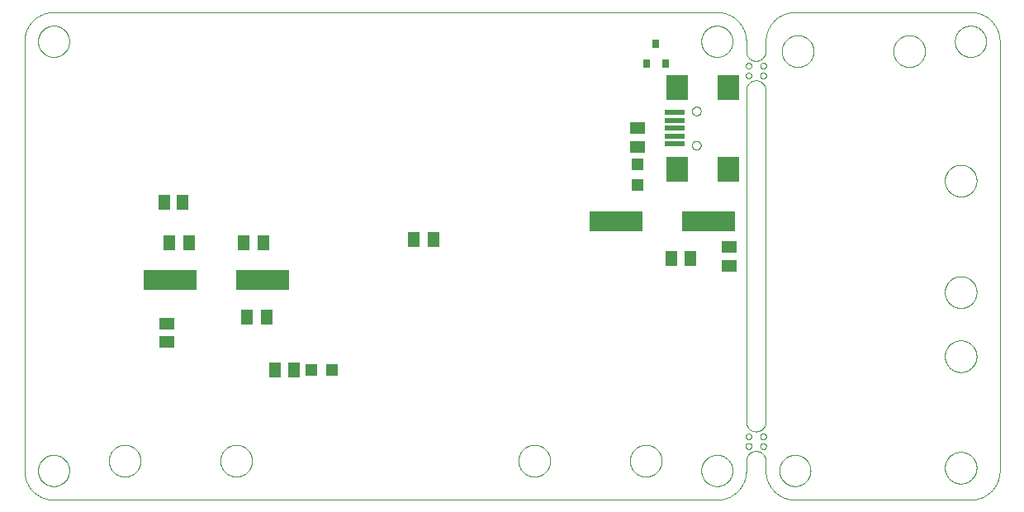
<source format=gtp>
G75*
%MOIN*%
%OFA0B0*%
%FSLAX25Y25*%
%IPPOS*%
%LPD*%
%AMOC8*
5,1,8,0,0,1.08239X$1,22.5*
%
%ADD10C,0.00000*%
%ADD11R,0.04724X0.04724*%
%ADD12R,0.05118X0.06299*%
%ADD13R,0.06299X0.05118*%
%ADD14R,0.21654X0.07874*%
%ADD15R,0.05906X0.05118*%
%ADD16R,0.05118X0.05906*%
%ADD17R,0.03100X0.03500*%
%ADD18R,0.08661X0.09843*%
%ADD19R,0.07874X0.01969*%
D10*
X0013611Y0020494D02*
X0281328Y0020494D01*
X0281328Y0020495D02*
X0281613Y0020498D01*
X0281899Y0020509D01*
X0282184Y0020526D01*
X0282468Y0020550D01*
X0282752Y0020581D01*
X0283035Y0020619D01*
X0283316Y0020664D01*
X0283597Y0020715D01*
X0283877Y0020773D01*
X0284155Y0020838D01*
X0284431Y0020910D01*
X0284705Y0020988D01*
X0284978Y0021073D01*
X0285248Y0021165D01*
X0285516Y0021263D01*
X0285782Y0021367D01*
X0286045Y0021478D01*
X0286305Y0021595D01*
X0286563Y0021718D01*
X0286817Y0021848D01*
X0287068Y0021984D01*
X0287316Y0022125D01*
X0287560Y0022273D01*
X0287801Y0022426D01*
X0288037Y0022586D01*
X0288270Y0022751D01*
X0288499Y0022921D01*
X0288724Y0023097D01*
X0288944Y0023279D01*
X0289160Y0023465D01*
X0289371Y0023657D01*
X0289578Y0023854D01*
X0289780Y0024056D01*
X0289977Y0024263D01*
X0290169Y0024474D01*
X0290355Y0024690D01*
X0290537Y0024910D01*
X0290713Y0025135D01*
X0290883Y0025364D01*
X0291048Y0025597D01*
X0291208Y0025833D01*
X0291361Y0026074D01*
X0291509Y0026318D01*
X0291650Y0026566D01*
X0291786Y0026817D01*
X0291916Y0027071D01*
X0292039Y0027329D01*
X0292156Y0027589D01*
X0292267Y0027852D01*
X0292371Y0028118D01*
X0292469Y0028386D01*
X0292561Y0028656D01*
X0292646Y0028929D01*
X0292724Y0029203D01*
X0292796Y0029479D01*
X0292861Y0029757D01*
X0292919Y0030037D01*
X0292970Y0030318D01*
X0293015Y0030599D01*
X0293053Y0030882D01*
X0293084Y0031166D01*
X0293108Y0031450D01*
X0293125Y0031735D01*
X0293136Y0032021D01*
X0293139Y0032306D01*
X0293139Y0036243D01*
X0297076Y0040180D02*
X0297200Y0040178D01*
X0297323Y0040172D01*
X0297447Y0040163D01*
X0297569Y0040149D01*
X0297692Y0040132D01*
X0297814Y0040110D01*
X0297935Y0040085D01*
X0298055Y0040056D01*
X0298174Y0040024D01*
X0298293Y0039987D01*
X0298410Y0039947D01*
X0298525Y0039904D01*
X0298640Y0039856D01*
X0298752Y0039805D01*
X0298863Y0039751D01*
X0298973Y0039693D01*
X0299080Y0039632D01*
X0299186Y0039567D01*
X0299289Y0039499D01*
X0299390Y0039428D01*
X0299489Y0039354D01*
X0299586Y0039277D01*
X0299680Y0039196D01*
X0299771Y0039113D01*
X0299860Y0039027D01*
X0299946Y0038938D01*
X0300029Y0038847D01*
X0300110Y0038753D01*
X0300187Y0038656D01*
X0300261Y0038557D01*
X0300332Y0038456D01*
X0300400Y0038353D01*
X0300465Y0038247D01*
X0300526Y0038140D01*
X0300584Y0038030D01*
X0300638Y0037919D01*
X0300689Y0037807D01*
X0300737Y0037692D01*
X0300780Y0037577D01*
X0300820Y0037460D01*
X0300857Y0037341D01*
X0300889Y0037222D01*
X0300918Y0037102D01*
X0300943Y0036981D01*
X0300965Y0036859D01*
X0300982Y0036736D01*
X0300996Y0036614D01*
X0301005Y0036490D01*
X0301011Y0036367D01*
X0301013Y0036243D01*
X0301013Y0032306D01*
X0297076Y0040180D02*
X0296952Y0040178D01*
X0296829Y0040172D01*
X0296705Y0040163D01*
X0296583Y0040149D01*
X0296460Y0040132D01*
X0296338Y0040110D01*
X0296217Y0040085D01*
X0296097Y0040056D01*
X0295978Y0040024D01*
X0295859Y0039987D01*
X0295742Y0039947D01*
X0295627Y0039904D01*
X0295512Y0039856D01*
X0295400Y0039805D01*
X0295289Y0039751D01*
X0295179Y0039693D01*
X0295072Y0039632D01*
X0294966Y0039567D01*
X0294863Y0039499D01*
X0294762Y0039428D01*
X0294663Y0039354D01*
X0294566Y0039277D01*
X0294472Y0039196D01*
X0294381Y0039113D01*
X0294292Y0039027D01*
X0294206Y0038938D01*
X0294123Y0038847D01*
X0294042Y0038753D01*
X0293965Y0038656D01*
X0293891Y0038557D01*
X0293820Y0038456D01*
X0293752Y0038353D01*
X0293687Y0038247D01*
X0293626Y0038140D01*
X0293568Y0038030D01*
X0293514Y0037919D01*
X0293463Y0037807D01*
X0293415Y0037692D01*
X0293372Y0037577D01*
X0293332Y0037460D01*
X0293295Y0037341D01*
X0293263Y0037222D01*
X0293234Y0037102D01*
X0293209Y0036981D01*
X0293187Y0036859D01*
X0293170Y0036736D01*
X0293156Y0036614D01*
X0293147Y0036490D01*
X0293141Y0036367D01*
X0293139Y0036243D01*
X0292942Y0042148D02*
X0292944Y0042217D01*
X0292950Y0042285D01*
X0292960Y0042353D01*
X0292974Y0042420D01*
X0292992Y0042487D01*
X0293013Y0042552D01*
X0293039Y0042616D01*
X0293068Y0042678D01*
X0293100Y0042738D01*
X0293136Y0042797D01*
X0293176Y0042853D01*
X0293218Y0042907D01*
X0293264Y0042958D01*
X0293313Y0043007D01*
X0293364Y0043053D01*
X0293418Y0043095D01*
X0293474Y0043135D01*
X0293532Y0043171D01*
X0293593Y0043203D01*
X0293655Y0043232D01*
X0293719Y0043258D01*
X0293784Y0043279D01*
X0293851Y0043297D01*
X0293918Y0043311D01*
X0293986Y0043321D01*
X0294054Y0043327D01*
X0294123Y0043329D01*
X0294192Y0043327D01*
X0294260Y0043321D01*
X0294328Y0043311D01*
X0294395Y0043297D01*
X0294462Y0043279D01*
X0294527Y0043258D01*
X0294591Y0043232D01*
X0294653Y0043203D01*
X0294713Y0043171D01*
X0294772Y0043135D01*
X0294828Y0043095D01*
X0294882Y0043053D01*
X0294933Y0043007D01*
X0294982Y0042958D01*
X0295028Y0042907D01*
X0295070Y0042853D01*
X0295110Y0042797D01*
X0295146Y0042738D01*
X0295178Y0042678D01*
X0295207Y0042616D01*
X0295233Y0042552D01*
X0295254Y0042487D01*
X0295272Y0042420D01*
X0295286Y0042353D01*
X0295296Y0042285D01*
X0295302Y0042217D01*
X0295304Y0042148D01*
X0295302Y0042079D01*
X0295296Y0042011D01*
X0295286Y0041943D01*
X0295272Y0041876D01*
X0295254Y0041809D01*
X0295233Y0041744D01*
X0295207Y0041680D01*
X0295178Y0041618D01*
X0295146Y0041557D01*
X0295110Y0041499D01*
X0295070Y0041443D01*
X0295028Y0041389D01*
X0294982Y0041338D01*
X0294933Y0041289D01*
X0294882Y0041243D01*
X0294828Y0041201D01*
X0294772Y0041161D01*
X0294714Y0041125D01*
X0294653Y0041093D01*
X0294591Y0041064D01*
X0294527Y0041038D01*
X0294462Y0041017D01*
X0294395Y0040999D01*
X0294328Y0040985D01*
X0294260Y0040975D01*
X0294192Y0040969D01*
X0294123Y0040967D01*
X0294054Y0040969D01*
X0293986Y0040975D01*
X0293918Y0040985D01*
X0293851Y0040999D01*
X0293784Y0041017D01*
X0293719Y0041038D01*
X0293655Y0041064D01*
X0293593Y0041093D01*
X0293532Y0041125D01*
X0293474Y0041161D01*
X0293418Y0041201D01*
X0293364Y0041243D01*
X0293313Y0041289D01*
X0293264Y0041338D01*
X0293218Y0041389D01*
X0293176Y0041443D01*
X0293136Y0041499D01*
X0293100Y0041557D01*
X0293068Y0041618D01*
X0293039Y0041680D01*
X0293013Y0041744D01*
X0292992Y0041809D01*
X0292974Y0041876D01*
X0292960Y0041943D01*
X0292950Y0042011D01*
X0292944Y0042079D01*
X0292942Y0042148D01*
X0298847Y0042148D02*
X0298849Y0042217D01*
X0298855Y0042285D01*
X0298865Y0042353D01*
X0298879Y0042420D01*
X0298897Y0042487D01*
X0298918Y0042552D01*
X0298944Y0042616D01*
X0298973Y0042678D01*
X0299005Y0042738D01*
X0299041Y0042797D01*
X0299081Y0042853D01*
X0299123Y0042907D01*
X0299169Y0042958D01*
X0299218Y0043007D01*
X0299269Y0043053D01*
X0299323Y0043095D01*
X0299379Y0043135D01*
X0299437Y0043171D01*
X0299498Y0043203D01*
X0299560Y0043232D01*
X0299624Y0043258D01*
X0299689Y0043279D01*
X0299756Y0043297D01*
X0299823Y0043311D01*
X0299891Y0043321D01*
X0299959Y0043327D01*
X0300028Y0043329D01*
X0300097Y0043327D01*
X0300165Y0043321D01*
X0300233Y0043311D01*
X0300300Y0043297D01*
X0300367Y0043279D01*
X0300432Y0043258D01*
X0300496Y0043232D01*
X0300558Y0043203D01*
X0300618Y0043171D01*
X0300677Y0043135D01*
X0300733Y0043095D01*
X0300787Y0043053D01*
X0300838Y0043007D01*
X0300887Y0042958D01*
X0300933Y0042907D01*
X0300975Y0042853D01*
X0301015Y0042797D01*
X0301051Y0042738D01*
X0301083Y0042678D01*
X0301112Y0042616D01*
X0301138Y0042552D01*
X0301159Y0042487D01*
X0301177Y0042420D01*
X0301191Y0042353D01*
X0301201Y0042285D01*
X0301207Y0042217D01*
X0301209Y0042148D01*
X0301207Y0042079D01*
X0301201Y0042011D01*
X0301191Y0041943D01*
X0301177Y0041876D01*
X0301159Y0041809D01*
X0301138Y0041744D01*
X0301112Y0041680D01*
X0301083Y0041618D01*
X0301051Y0041557D01*
X0301015Y0041499D01*
X0300975Y0041443D01*
X0300933Y0041389D01*
X0300887Y0041338D01*
X0300838Y0041289D01*
X0300787Y0041243D01*
X0300733Y0041201D01*
X0300677Y0041161D01*
X0300619Y0041125D01*
X0300558Y0041093D01*
X0300496Y0041064D01*
X0300432Y0041038D01*
X0300367Y0041017D01*
X0300300Y0040999D01*
X0300233Y0040985D01*
X0300165Y0040975D01*
X0300097Y0040969D01*
X0300028Y0040967D01*
X0299959Y0040969D01*
X0299891Y0040975D01*
X0299823Y0040985D01*
X0299756Y0040999D01*
X0299689Y0041017D01*
X0299624Y0041038D01*
X0299560Y0041064D01*
X0299498Y0041093D01*
X0299437Y0041125D01*
X0299379Y0041161D01*
X0299323Y0041201D01*
X0299269Y0041243D01*
X0299218Y0041289D01*
X0299169Y0041338D01*
X0299123Y0041389D01*
X0299081Y0041443D01*
X0299041Y0041499D01*
X0299005Y0041557D01*
X0298973Y0041618D01*
X0298944Y0041680D01*
X0298918Y0041744D01*
X0298897Y0041809D01*
X0298879Y0041876D01*
X0298865Y0041943D01*
X0298855Y0042011D01*
X0298849Y0042079D01*
X0298847Y0042148D01*
X0298847Y0046085D02*
X0298849Y0046154D01*
X0298855Y0046222D01*
X0298865Y0046290D01*
X0298879Y0046357D01*
X0298897Y0046424D01*
X0298918Y0046489D01*
X0298944Y0046553D01*
X0298973Y0046615D01*
X0299005Y0046675D01*
X0299041Y0046734D01*
X0299081Y0046790D01*
X0299123Y0046844D01*
X0299169Y0046895D01*
X0299218Y0046944D01*
X0299269Y0046990D01*
X0299323Y0047032D01*
X0299379Y0047072D01*
X0299437Y0047108D01*
X0299498Y0047140D01*
X0299560Y0047169D01*
X0299624Y0047195D01*
X0299689Y0047216D01*
X0299756Y0047234D01*
X0299823Y0047248D01*
X0299891Y0047258D01*
X0299959Y0047264D01*
X0300028Y0047266D01*
X0300097Y0047264D01*
X0300165Y0047258D01*
X0300233Y0047248D01*
X0300300Y0047234D01*
X0300367Y0047216D01*
X0300432Y0047195D01*
X0300496Y0047169D01*
X0300558Y0047140D01*
X0300618Y0047108D01*
X0300677Y0047072D01*
X0300733Y0047032D01*
X0300787Y0046990D01*
X0300838Y0046944D01*
X0300887Y0046895D01*
X0300933Y0046844D01*
X0300975Y0046790D01*
X0301015Y0046734D01*
X0301051Y0046675D01*
X0301083Y0046615D01*
X0301112Y0046553D01*
X0301138Y0046489D01*
X0301159Y0046424D01*
X0301177Y0046357D01*
X0301191Y0046290D01*
X0301201Y0046222D01*
X0301207Y0046154D01*
X0301209Y0046085D01*
X0301207Y0046016D01*
X0301201Y0045948D01*
X0301191Y0045880D01*
X0301177Y0045813D01*
X0301159Y0045746D01*
X0301138Y0045681D01*
X0301112Y0045617D01*
X0301083Y0045555D01*
X0301051Y0045494D01*
X0301015Y0045436D01*
X0300975Y0045380D01*
X0300933Y0045326D01*
X0300887Y0045275D01*
X0300838Y0045226D01*
X0300787Y0045180D01*
X0300733Y0045138D01*
X0300677Y0045098D01*
X0300619Y0045062D01*
X0300558Y0045030D01*
X0300496Y0045001D01*
X0300432Y0044975D01*
X0300367Y0044954D01*
X0300300Y0044936D01*
X0300233Y0044922D01*
X0300165Y0044912D01*
X0300097Y0044906D01*
X0300028Y0044904D01*
X0299959Y0044906D01*
X0299891Y0044912D01*
X0299823Y0044922D01*
X0299756Y0044936D01*
X0299689Y0044954D01*
X0299624Y0044975D01*
X0299560Y0045001D01*
X0299498Y0045030D01*
X0299437Y0045062D01*
X0299379Y0045098D01*
X0299323Y0045138D01*
X0299269Y0045180D01*
X0299218Y0045226D01*
X0299169Y0045275D01*
X0299123Y0045326D01*
X0299081Y0045380D01*
X0299041Y0045436D01*
X0299005Y0045494D01*
X0298973Y0045555D01*
X0298944Y0045617D01*
X0298918Y0045681D01*
X0298897Y0045746D01*
X0298879Y0045813D01*
X0298865Y0045880D01*
X0298855Y0045948D01*
X0298849Y0046016D01*
X0298847Y0046085D01*
X0292942Y0046085D02*
X0292944Y0046154D01*
X0292950Y0046222D01*
X0292960Y0046290D01*
X0292974Y0046357D01*
X0292992Y0046424D01*
X0293013Y0046489D01*
X0293039Y0046553D01*
X0293068Y0046615D01*
X0293100Y0046675D01*
X0293136Y0046734D01*
X0293176Y0046790D01*
X0293218Y0046844D01*
X0293264Y0046895D01*
X0293313Y0046944D01*
X0293364Y0046990D01*
X0293418Y0047032D01*
X0293474Y0047072D01*
X0293532Y0047108D01*
X0293593Y0047140D01*
X0293655Y0047169D01*
X0293719Y0047195D01*
X0293784Y0047216D01*
X0293851Y0047234D01*
X0293918Y0047248D01*
X0293986Y0047258D01*
X0294054Y0047264D01*
X0294123Y0047266D01*
X0294192Y0047264D01*
X0294260Y0047258D01*
X0294328Y0047248D01*
X0294395Y0047234D01*
X0294462Y0047216D01*
X0294527Y0047195D01*
X0294591Y0047169D01*
X0294653Y0047140D01*
X0294713Y0047108D01*
X0294772Y0047072D01*
X0294828Y0047032D01*
X0294882Y0046990D01*
X0294933Y0046944D01*
X0294982Y0046895D01*
X0295028Y0046844D01*
X0295070Y0046790D01*
X0295110Y0046734D01*
X0295146Y0046675D01*
X0295178Y0046615D01*
X0295207Y0046553D01*
X0295233Y0046489D01*
X0295254Y0046424D01*
X0295272Y0046357D01*
X0295286Y0046290D01*
X0295296Y0046222D01*
X0295302Y0046154D01*
X0295304Y0046085D01*
X0295302Y0046016D01*
X0295296Y0045948D01*
X0295286Y0045880D01*
X0295272Y0045813D01*
X0295254Y0045746D01*
X0295233Y0045681D01*
X0295207Y0045617D01*
X0295178Y0045555D01*
X0295146Y0045494D01*
X0295110Y0045436D01*
X0295070Y0045380D01*
X0295028Y0045326D01*
X0294982Y0045275D01*
X0294933Y0045226D01*
X0294882Y0045180D01*
X0294828Y0045138D01*
X0294772Y0045098D01*
X0294714Y0045062D01*
X0294653Y0045030D01*
X0294591Y0045001D01*
X0294527Y0044975D01*
X0294462Y0044954D01*
X0294395Y0044936D01*
X0294328Y0044922D01*
X0294260Y0044912D01*
X0294192Y0044906D01*
X0294123Y0044904D01*
X0294054Y0044906D01*
X0293986Y0044912D01*
X0293918Y0044922D01*
X0293851Y0044936D01*
X0293784Y0044954D01*
X0293719Y0044975D01*
X0293655Y0045001D01*
X0293593Y0045030D01*
X0293532Y0045062D01*
X0293474Y0045098D01*
X0293418Y0045138D01*
X0293364Y0045180D01*
X0293313Y0045226D01*
X0293264Y0045275D01*
X0293218Y0045326D01*
X0293176Y0045380D01*
X0293136Y0045436D01*
X0293100Y0045494D01*
X0293068Y0045555D01*
X0293039Y0045617D01*
X0293013Y0045681D01*
X0292992Y0045746D01*
X0292974Y0045813D01*
X0292960Y0045880D01*
X0292950Y0045948D01*
X0292944Y0046016D01*
X0292942Y0046085D01*
X0293139Y0051991D02*
X0293139Y0185849D01*
X0293141Y0185973D01*
X0293147Y0186096D01*
X0293156Y0186220D01*
X0293170Y0186342D01*
X0293187Y0186465D01*
X0293209Y0186587D01*
X0293234Y0186708D01*
X0293263Y0186828D01*
X0293295Y0186947D01*
X0293332Y0187066D01*
X0293372Y0187183D01*
X0293415Y0187298D01*
X0293463Y0187413D01*
X0293514Y0187525D01*
X0293568Y0187636D01*
X0293626Y0187746D01*
X0293687Y0187853D01*
X0293752Y0187959D01*
X0293820Y0188062D01*
X0293891Y0188163D01*
X0293965Y0188262D01*
X0294042Y0188359D01*
X0294123Y0188453D01*
X0294206Y0188544D01*
X0294292Y0188633D01*
X0294381Y0188719D01*
X0294472Y0188802D01*
X0294566Y0188883D01*
X0294663Y0188960D01*
X0294762Y0189034D01*
X0294863Y0189105D01*
X0294966Y0189173D01*
X0295072Y0189238D01*
X0295179Y0189299D01*
X0295289Y0189357D01*
X0295400Y0189411D01*
X0295512Y0189462D01*
X0295627Y0189510D01*
X0295742Y0189553D01*
X0295859Y0189593D01*
X0295978Y0189630D01*
X0296097Y0189662D01*
X0296217Y0189691D01*
X0296338Y0189716D01*
X0296460Y0189738D01*
X0296583Y0189755D01*
X0296705Y0189769D01*
X0296829Y0189778D01*
X0296952Y0189784D01*
X0297076Y0189786D01*
X0298847Y0191754D02*
X0298849Y0191823D01*
X0298855Y0191891D01*
X0298865Y0191959D01*
X0298879Y0192026D01*
X0298897Y0192093D01*
X0298918Y0192158D01*
X0298944Y0192222D01*
X0298973Y0192284D01*
X0299005Y0192344D01*
X0299041Y0192403D01*
X0299081Y0192459D01*
X0299123Y0192513D01*
X0299169Y0192564D01*
X0299218Y0192613D01*
X0299269Y0192659D01*
X0299323Y0192701D01*
X0299379Y0192741D01*
X0299437Y0192777D01*
X0299498Y0192809D01*
X0299560Y0192838D01*
X0299624Y0192864D01*
X0299689Y0192885D01*
X0299756Y0192903D01*
X0299823Y0192917D01*
X0299891Y0192927D01*
X0299959Y0192933D01*
X0300028Y0192935D01*
X0300097Y0192933D01*
X0300165Y0192927D01*
X0300233Y0192917D01*
X0300300Y0192903D01*
X0300367Y0192885D01*
X0300432Y0192864D01*
X0300496Y0192838D01*
X0300558Y0192809D01*
X0300618Y0192777D01*
X0300677Y0192741D01*
X0300733Y0192701D01*
X0300787Y0192659D01*
X0300838Y0192613D01*
X0300887Y0192564D01*
X0300933Y0192513D01*
X0300975Y0192459D01*
X0301015Y0192403D01*
X0301051Y0192344D01*
X0301083Y0192284D01*
X0301112Y0192222D01*
X0301138Y0192158D01*
X0301159Y0192093D01*
X0301177Y0192026D01*
X0301191Y0191959D01*
X0301201Y0191891D01*
X0301207Y0191823D01*
X0301209Y0191754D01*
X0301207Y0191685D01*
X0301201Y0191617D01*
X0301191Y0191549D01*
X0301177Y0191482D01*
X0301159Y0191415D01*
X0301138Y0191350D01*
X0301112Y0191286D01*
X0301083Y0191224D01*
X0301051Y0191163D01*
X0301015Y0191105D01*
X0300975Y0191049D01*
X0300933Y0190995D01*
X0300887Y0190944D01*
X0300838Y0190895D01*
X0300787Y0190849D01*
X0300733Y0190807D01*
X0300677Y0190767D01*
X0300619Y0190731D01*
X0300558Y0190699D01*
X0300496Y0190670D01*
X0300432Y0190644D01*
X0300367Y0190623D01*
X0300300Y0190605D01*
X0300233Y0190591D01*
X0300165Y0190581D01*
X0300097Y0190575D01*
X0300028Y0190573D01*
X0299959Y0190575D01*
X0299891Y0190581D01*
X0299823Y0190591D01*
X0299756Y0190605D01*
X0299689Y0190623D01*
X0299624Y0190644D01*
X0299560Y0190670D01*
X0299498Y0190699D01*
X0299437Y0190731D01*
X0299379Y0190767D01*
X0299323Y0190807D01*
X0299269Y0190849D01*
X0299218Y0190895D01*
X0299169Y0190944D01*
X0299123Y0190995D01*
X0299081Y0191049D01*
X0299041Y0191105D01*
X0299005Y0191163D01*
X0298973Y0191224D01*
X0298944Y0191286D01*
X0298918Y0191350D01*
X0298897Y0191415D01*
X0298879Y0191482D01*
X0298865Y0191549D01*
X0298855Y0191617D01*
X0298849Y0191685D01*
X0298847Y0191754D01*
X0292942Y0191754D02*
X0292944Y0191823D01*
X0292950Y0191891D01*
X0292960Y0191959D01*
X0292974Y0192026D01*
X0292992Y0192093D01*
X0293013Y0192158D01*
X0293039Y0192222D01*
X0293068Y0192284D01*
X0293100Y0192344D01*
X0293136Y0192403D01*
X0293176Y0192459D01*
X0293218Y0192513D01*
X0293264Y0192564D01*
X0293313Y0192613D01*
X0293364Y0192659D01*
X0293418Y0192701D01*
X0293474Y0192741D01*
X0293532Y0192777D01*
X0293593Y0192809D01*
X0293655Y0192838D01*
X0293719Y0192864D01*
X0293784Y0192885D01*
X0293851Y0192903D01*
X0293918Y0192917D01*
X0293986Y0192927D01*
X0294054Y0192933D01*
X0294123Y0192935D01*
X0294192Y0192933D01*
X0294260Y0192927D01*
X0294328Y0192917D01*
X0294395Y0192903D01*
X0294462Y0192885D01*
X0294527Y0192864D01*
X0294591Y0192838D01*
X0294653Y0192809D01*
X0294713Y0192777D01*
X0294772Y0192741D01*
X0294828Y0192701D01*
X0294882Y0192659D01*
X0294933Y0192613D01*
X0294982Y0192564D01*
X0295028Y0192513D01*
X0295070Y0192459D01*
X0295110Y0192403D01*
X0295146Y0192344D01*
X0295178Y0192284D01*
X0295207Y0192222D01*
X0295233Y0192158D01*
X0295254Y0192093D01*
X0295272Y0192026D01*
X0295286Y0191959D01*
X0295296Y0191891D01*
X0295302Y0191823D01*
X0295304Y0191754D01*
X0295302Y0191685D01*
X0295296Y0191617D01*
X0295286Y0191549D01*
X0295272Y0191482D01*
X0295254Y0191415D01*
X0295233Y0191350D01*
X0295207Y0191286D01*
X0295178Y0191224D01*
X0295146Y0191163D01*
X0295110Y0191105D01*
X0295070Y0191049D01*
X0295028Y0190995D01*
X0294982Y0190944D01*
X0294933Y0190895D01*
X0294882Y0190849D01*
X0294828Y0190807D01*
X0294772Y0190767D01*
X0294714Y0190731D01*
X0294653Y0190699D01*
X0294591Y0190670D01*
X0294527Y0190644D01*
X0294462Y0190623D01*
X0294395Y0190605D01*
X0294328Y0190591D01*
X0294260Y0190581D01*
X0294192Y0190575D01*
X0294123Y0190573D01*
X0294054Y0190575D01*
X0293986Y0190581D01*
X0293918Y0190591D01*
X0293851Y0190605D01*
X0293784Y0190623D01*
X0293719Y0190644D01*
X0293655Y0190670D01*
X0293593Y0190699D01*
X0293532Y0190731D01*
X0293474Y0190767D01*
X0293418Y0190807D01*
X0293364Y0190849D01*
X0293313Y0190895D01*
X0293264Y0190944D01*
X0293218Y0190995D01*
X0293176Y0191049D01*
X0293136Y0191105D01*
X0293100Y0191163D01*
X0293068Y0191224D01*
X0293039Y0191286D01*
X0293013Y0191350D01*
X0292992Y0191415D01*
X0292974Y0191482D01*
X0292960Y0191549D01*
X0292950Y0191617D01*
X0292944Y0191685D01*
X0292942Y0191754D01*
X0292942Y0195691D02*
X0292944Y0195760D01*
X0292950Y0195828D01*
X0292960Y0195896D01*
X0292974Y0195963D01*
X0292992Y0196030D01*
X0293013Y0196095D01*
X0293039Y0196159D01*
X0293068Y0196221D01*
X0293100Y0196281D01*
X0293136Y0196340D01*
X0293176Y0196396D01*
X0293218Y0196450D01*
X0293264Y0196501D01*
X0293313Y0196550D01*
X0293364Y0196596D01*
X0293418Y0196638D01*
X0293474Y0196678D01*
X0293532Y0196714D01*
X0293593Y0196746D01*
X0293655Y0196775D01*
X0293719Y0196801D01*
X0293784Y0196822D01*
X0293851Y0196840D01*
X0293918Y0196854D01*
X0293986Y0196864D01*
X0294054Y0196870D01*
X0294123Y0196872D01*
X0294192Y0196870D01*
X0294260Y0196864D01*
X0294328Y0196854D01*
X0294395Y0196840D01*
X0294462Y0196822D01*
X0294527Y0196801D01*
X0294591Y0196775D01*
X0294653Y0196746D01*
X0294713Y0196714D01*
X0294772Y0196678D01*
X0294828Y0196638D01*
X0294882Y0196596D01*
X0294933Y0196550D01*
X0294982Y0196501D01*
X0295028Y0196450D01*
X0295070Y0196396D01*
X0295110Y0196340D01*
X0295146Y0196281D01*
X0295178Y0196221D01*
X0295207Y0196159D01*
X0295233Y0196095D01*
X0295254Y0196030D01*
X0295272Y0195963D01*
X0295286Y0195896D01*
X0295296Y0195828D01*
X0295302Y0195760D01*
X0295304Y0195691D01*
X0295302Y0195622D01*
X0295296Y0195554D01*
X0295286Y0195486D01*
X0295272Y0195419D01*
X0295254Y0195352D01*
X0295233Y0195287D01*
X0295207Y0195223D01*
X0295178Y0195161D01*
X0295146Y0195100D01*
X0295110Y0195042D01*
X0295070Y0194986D01*
X0295028Y0194932D01*
X0294982Y0194881D01*
X0294933Y0194832D01*
X0294882Y0194786D01*
X0294828Y0194744D01*
X0294772Y0194704D01*
X0294714Y0194668D01*
X0294653Y0194636D01*
X0294591Y0194607D01*
X0294527Y0194581D01*
X0294462Y0194560D01*
X0294395Y0194542D01*
X0294328Y0194528D01*
X0294260Y0194518D01*
X0294192Y0194512D01*
X0294123Y0194510D01*
X0294054Y0194512D01*
X0293986Y0194518D01*
X0293918Y0194528D01*
X0293851Y0194542D01*
X0293784Y0194560D01*
X0293719Y0194581D01*
X0293655Y0194607D01*
X0293593Y0194636D01*
X0293532Y0194668D01*
X0293474Y0194704D01*
X0293418Y0194744D01*
X0293364Y0194786D01*
X0293313Y0194832D01*
X0293264Y0194881D01*
X0293218Y0194932D01*
X0293176Y0194986D01*
X0293136Y0195042D01*
X0293100Y0195100D01*
X0293068Y0195161D01*
X0293039Y0195223D01*
X0293013Y0195287D01*
X0292992Y0195352D01*
X0292974Y0195419D01*
X0292960Y0195486D01*
X0292950Y0195554D01*
X0292944Y0195622D01*
X0292942Y0195691D01*
X0298847Y0195691D02*
X0298849Y0195760D01*
X0298855Y0195828D01*
X0298865Y0195896D01*
X0298879Y0195963D01*
X0298897Y0196030D01*
X0298918Y0196095D01*
X0298944Y0196159D01*
X0298973Y0196221D01*
X0299005Y0196281D01*
X0299041Y0196340D01*
X0299081Y0196396D01*
X0299123Y0196450D01*
X0299169Y0196501D01*
X0299218Y0196550D01*
X0299269Y0196596D01*
X0299323Y0196638D01*
X0299379Y0196678D01*
X0299437Y0196714D01*
X0299498Y0196746D01*
X0299560Y0196775D01*
X0299624Y0196801D01*
X0299689Y0196822D01*
X0299756Y0196840D01*
X0299823Y0196854D01*
X0299891Y0196864D01*
X0299959Y0196870D01*
X0300028Y0196872D01*
X0300097Y0196870D01*
X0300165Y0196864D01*
X0300233Y0196854D01*
X0300300Y0196840D01*
X0300367Y0196822D01*
X0300432Y0196801D01*
X0300496Y0196775D01*
X0300558Y0196746D01*
X0300618Y0196714D01*
X0300677Y0196678D01*
X0300733Y0196638D01*
X0300787Y0196596D01*
X0300838Y0196550D01*
X0300887Y0196501D01*
X0300933Y0196450D01*
X0300975Y0196396D01*
X0301015Y0196340D01*
X0301051Y0196281D01*
X0301083Y0196221D01*
X0301112Y0196159D01*
X0301138Y0196095D01*
X0301159Y0196030D01*
X0301177Y0195963D01*
X0301191Y0195896D01*
X0301201Y0195828D01*
X0301207Y0195760D01*
X0301209Y0195691D01*
X0301207Y0195622D01*
X0301201Y0195554D01*
X0301191Y0195486D01*
X0301177Y0195419D01*
X0301159Y0195352D01*
X0301138Y0195287D01*
X0301112Y0195223D01*
X0301083Y0195161D01*
X0301051Y0195100D01*
X0301015Y0195042D01*
X0300975Y0194986D01*
X0300933Y0194932D01*
X0300887Y0194881D01*
X0300838Y0194832D01*
X0300787Y0194786D01*
X0300733Y0194744D01*
X0300677Y0194704D01*
X0300619Y0194668D01*
X0300558Y0194636D01*
X0300496Y0194607D01*
X0300432Y0194581D01*
X0300367Y0194560D01*
X0300300Y0194542D01*
X0300233Y0194528D01*
X0300165Y0194518D01*
X0300097Y0194512D01*
X0300028Y0194510D01*
X0299959Y0194512D01*
X0299891Y0194518D01*
X0299823Y0194528D01*
X0299756Y0194542D01*
X0299689Y0194560D01*
X0299624Y0194581D01*
X0299560Y0194607D01*
X0299498Y0194636D01*
X0299437Y0194668D01*
X0299379Y0194704D01*
X0299323Y0194744D01*
X0299269Y0194786D01*
X0299218Y0194832D01*
X0299169Y0194881D01*
X0299123Y0194932D01*
X0299081Y0194986D01*
X0299041Y0195042D01*
X0299005Y0195100D01*
X0298973Y0195161D01*
X0298944Y0195223D01*
X0298918Y0195287D01*
X0298897Y0195352D01*
X0298879Y0195419D01*
X0298865Y0195486D01*
X0298855Y0195554D01*
X0298849Y0195622D01*
X0298847Y0195691D01*
X0297076Y0197660D02*
X0297200Y0197662D01*
X0297323Y0197668D01*
X0297447Y0197677D01*
X0297569Y0197691D01*
X0297692Y0197708D01*
X0297814Y0197730D01*
X0297935Y0197755D01*
X0298055Y0197784D01*
X0298174Y0197816D01*
X0298293Y0197853D01*
X0298410Y0197893D01*
X0298525Y0197936D01*
X0298640Y0197984D01*
X0298752Y0198035D01*
X0298863Y0198089D01*
X0298973Y0198147D01*
X0299080Y0198208D01*
X0299186Y0198273D01*
X0299289Y0198341D01*
X0299390Y0198412D01*
X0299489Y0198486D01*
X0299586Y0198563D01*
X0299680Y0198644D01*
X0299771Y0198727D01*
X0299860Y0198813D01*
X0299946Y0198902D01*
X0300029Y0198993D01*
X0300110Y0199087D01*
X0300187Y0199184D01*
X0300261Y0199283D01*
X0300332Y0199384D01*
X0300400Y0199487D01*
X0300465Y0199593D01*
X0300526Y0199700D01*
X0300584Y0199810D01*
X0300638Y0199921D01*
X0300689Y0200033D01*
X0300737Y0200148D01*
X0300780Y0200263D01*
X0300820Y0200380D01*
X0300857Y0200499D01*
X0300889Y0200618D01*
X0300918Y0200738D01*
X0300943Y0200859D01*
X0300965Y0200981D01*
X0300982Y0201104D01*
X0300996Y0201226D01*
X0301005Y0201350D01*
X0301011Y0201473D01*
X0301013Y0201597D01*
X0301013Y0205534D01*
X0293139Y0201597D02*
X0293141Y0201473D01*
X0293147Y0201350D01*
X0293156Y0201226D01*
X0293170Y0201104D01*
X0293187Y0200981D01*
X0293209Y0200859D01*
X0293234Y0200738D01*
X0293263Y0200618D01*
X0293295Y0200499D01*
X0293332Y0200380D01*
X0293372Y0200263D01*
X0293415Y0200148D01*
X0293463Y0200033D01*
X0293514Y0199921D01*
X0293568Y0199810D01*
X0293626Y0199700D01*
X0293687Y0199593D01*
X0293752Y0199487D01*
X0293820Y0199384D01*
X0293891Y0199283D01*
X0293965Y0199184D01*
X0294042Y0199087D01*
X0294123Y0198993D01*
X0294206Y0198902D01*
X0294292Y0198813D01*
X0294381Y0198727D01*
X0294472Y0198644D01*
X0294566Y0198563D01*
X0294663Y0198486D01*
X0294762Y0198412D01*
X0294863Y0198341D01*
X0294966Y0198273D01*
X0295072Y0198208D01*
X0295179Y0198147D01*
X0295289Y0198089D01*
X0295400Y0198035D01*
X0295512Y0197984D01*
X0295627Y0197936D01*
X0295742Y0197893D01*
X0295859Y0197853D01*
X0295978Y0197816D01*
X0296097Y0197784D01*
X0296217Y0197755D01*
X0296338Y0197730D01*
X0296460Y0197708D01*
X0296583Y0197691D01*
X0296705Y0197677D01*
X0296829Y0197668D01*
X0296952Y0197662D01*
X0297076Y0197660D01*
X0293139Y0201597D02*
X0293139Y0205534D01*
X0293136Y0205819D01*
X0293125Y0206105D01*
X0293108Y0206390D01*
X0293084Y0206674D01*
X0293053Y0206958D01*
X0293015Y0207241D01*
X0292970Y0207522D01*
X0292919Y0207803D01*
X0292861Y0208083D01*
X0292796Y0208361D01*
X0292724Y0208637D01*
X0292646Y0208911D01*
X0292561Y0209184D01*
X0292469Y0209454D01*
X0292371Y0209722D01*
X0292267Y0209988D01*
X0292156Y0210251D01*
X0292039Y0210511D01*
X0291916Y0210769D01*
X0291786Y0211023D01*
X0291650Y0211274D01*
X0291509Y0211522D01*
X0291361Y0211766D01*
X0291208Y0212007D01*
X0291048Y0212243D01*
X0290883Y0212476D01*
X0290713Y0212705D01*
X0290537Y0212930D01*
X0290355Y0213150D01*
X0290169Y0213366D01*
X0289977Y0213577D01*
X0289780Y0213784D01*
X0289578Y0213986D01*
X0289371Y0214183D01*
X0289160Y0214375D01*
X0288944Y0214561D01*
X0288724Y0214743D01*
X0288499Y0214919D01*
X0288270Y0215089D01*
X0288037Y0215254D01*
X0287801Y0215414D01*
X0287560Y0215567D01*
X0287316Y0215715D01*
X0287068Y0215856D01*
X0286817Y0215992D01*
X0286563Y0216122D01*
X0286305Y0216245D01*
X0286045Y0216362D01*
X0285782Y0216473D01*
X0285516Y0216577D01*
X0285248Y0216675D01*
X0284978Y0216767D01*
X0284705Y0216852D01*
X0284431Y0216930D01*
X0284155Y0217002D01*
X0283877Y0217067D01*
X0283597Y0217125D01*
X0283316Y0217176D01*
X0283035Y0217221D01*
X0282752Y0217259D01*
X0282468Y0217290D01*
X0282184Y0217314D01*
X0281899Y0217331D01*
X0281613Y0217342D01*
X0281328Y0217345D01*
X0013611Y0217345D01*
X0013326Y0217342D01*
X0013040Y0217331D01*
X0012755Y0217314D01*
X0012471Y0217290D01*
X0012187Y0217259D01*
X0011904Y0217221D01*
X0011623Y0217176D01*
X0011342Y0217125D01*
X0011062Y0217067D01*
X0010784Y0217002D01*
X0010508Y0216930D01*
X0010234Y0216852D01*
X0009961Y0216767D01*
X0009691Y0216675D01*
X0009423Y0216577D01*
X0009157Y0216473D01*
X0008894Y0216362D01*
X0008634Y0216245D01*
X0008376Y0216122D01*
X0008122Y0215992D01*
X0007871Y0215856D01*
X0007623Y0215715D01*
X0007379Y0215567D01*
X0007138Y0215414D01*
X0006902Y0215254D01*
X0006669Y0215089D01*
X0006440Y0214919D01*
X0006215Y0214743D01*
X0005995Y0214561D01*
X0005779Y0214375D01*
X0005568Y0214183D01*
X0005361Y0213986D01*
X0005159Y0213784D01*
X0004962Y0213577D01*
X0004770Y0213366D01*
X0004584Y0213150D01*
X0004402Y0212930D01*
X0004226Y0212705D01*
X0004056Y0212476D01*
X0003891Y0212243D01*
X0003731Y0212007D01*
X0003578Y0211766D01*
X0003430Y0211522D01*
X0003289Y0211274D01*
X0003153Y0211023D01*
X0003023Y0210769D01*
X0002900Y0210511D01*
X0002783Y0210251D01*
X0002672Y0209988D01*
X0002568Y0209722D01*
X0002470Y0209454D01*
X0002378Y0209184D01*
X0002293Y0208911D01*
X0002215Y0208637D01*
X0002143Y0208361D01*
X0002078Y0208083D01*
X0002020Y0207803D01*
X0001969Y0207522D01*
X0001924Y0207241D01*
X0001886Y0206958D01*
X0001855Y0206674D01*
X0001831Y0206390D01*
X0001814Y0206105D01*
X0001803Y0205819D01*
X0001800Y0205534D01*
X0001800Y0032306D01*
X0001803Y0032021D01*
X0001814Y0031735D01*
X0001831Y0031450D01*
X0001855Y0031166D01*
X0001886Y0030882D01*
X0001924Y0030599D01*
X0001969Y0030318D01*
X0002020Y0030037D01*
X0002078Y0029757D01*
X0002143Y0029479D01*
X0002215Y0029203D01*
X0002293Y0028929D01*
X0002378Y0028656D01*
X0002470Y0028386D01*
X0002568Y0028118D01*
X0002672Y0027852D01*
X0002783Y0027589D01*
X0002900Y0027329D01*
X0003023Y0027071D01*
X0003153Y0026817D01*
X0003289Y0026566D01*
X0003430Y0026318D01*
X0003578Y0026074D01*
X0003731Y0025833D01*
X0003891Y0025597D01*
X0004056Y0025364D01*
X0004226Y0025135D01*
X0004402Y0024910D01*
X0004584Y0024690D01*
X0004770Y0024474D01*
X0004962Y0024263D01*
X0005159Y0024056D01*
X0005361Y0023854D01*
X0005568Y0023657D01*
X0005779Y0023465D01*
X0005995Y0023279D01*
X0006215Y0023097D01*
X0006440Y0022921D01*
X0006669Y0022751D01*
X0006902Y0022586D01*
X0007138Y0022426D01*
X0007379Y0022273D01*
X0007623Y0022125D01*
X0007871Y0021984D01*
X0008122Y0021848D01*
X0008376Y0021718D01*
X0008634Y0021595D01*
X0008894Y0021478D01*
X0009157Y0021367D01*
X0009423Y0021263D01*
X0009691Y0021165D01*
X0009961Y0021073D01*
X0010234Y0020988D01*
X0010508Y0020910D01*
X0010784Y0020838D01*
X0011062Y0020773D01*
X0011342Y0020715D01*
X0011623Y0020664D01*
X0011904Y0020619D01*
X0012187Y0020581D01*
X0012471Y0020550D01*
X0012755Y0020526D01*
X0013040Y0020509D01*
X0013326Y0020498D01*
X0013611Y0020495D01*
X0007312Y0032306D02*
X0007314Y0032464D01*
X0007320Y0032622D01*
X0007330Y0032780D01*
X0007344Y0032938D01*
X0007362Y0033095D01*
X0007383Y0033252D01*
X0007409Y0033408D01*
X0007439Y0033564D01*
X0007472Y0033719D01*
X0007510Y0033872D01*
X0007551Y0034025D01*
X0007596Y0034177D01*
X0007645Y0034328D01*
X0007698Y0034477D01*
X0007754Y0034625D01*
X0007814Y0034771D01*
X0007878Y0034916D01*
X0007946Y0035059D01*
X0008017Y0035201D01*
X0008091Y0035341D01*
X0008169Y0035478D01*
X0008251Y0035614D01*
X0008335Y0035748D01*
X0008424Y0035879D01*
X0008515Y0036008D01*
X0008610Y0036135D01*
X0008707Y0036260D01*
X0008808Y0036382D01*
X0008912Y0036501D01*
X0009019Y0036618D01*
X0009129Y0036732D01*
X0009242Y0036843D01*
X0009357Y0036952D01*
X0009475Y0037057D01*
X0009596Y0037159D01*
X0009719Y0037259D01*
X0009845Y0037355D01*
X0009973Y0037448D01*
X0010103Y0037538D01*
X0010236Y0037624D01*
X0010371Y0037708D01*
X0010507Y0037787D01*
X0010646Y0037864D01*
X0010787Y0037936D01*
X0010929Y0038006D01*
X0011073Y0038071D01*
X0011219Y0038133D01*
X0011366Y0038191D01*
X0011515Y0038246D01*
X0011665Y0038297D01*
X0011816Y0038344D01*
X0011968Y0038387D01*
X0012121Y0038426D01*
X0012276Y0038462D01*
X0012431Y0038493D01*
X0012587Y0038521D01*
X0012743Y0038545D01*
X0012900Y0038565D01*
X0013058Y0038581D01*
X0013215Y0038593D01*
X0013374Y0038601D01*
X0013532Y0038605D01*
X0013690Y0038605D01*
X0013848Y0038601D01*
X0014007Y0038593D01*
X0014164Y0038581D01*
X0014322Y0038565D01*
X0014479Y0038545D01*
X0014635Y0038521D01*
X0014791Y0038493D01*
X0014946Y0038462D01*
X0015101Y0038426D01*
X0015254Y0038387D01*
X0015406Y0038344D01*
X0015557Y0038297D01*
X0015707Y0038246D01*
X0015856Y0038191D01*
X0016003Y0038133D01*
X0016149Y0038071D01*
X0016293Y0038006D01*
X0016435Y0037936D01*
X0016576Y0037864D01*
X0016715Y0037787D01*
X0016851Y0037708D01*
X0016986Y0037624D01*
X0017119Y0037538D01*
X0017249Y0037448D01*
X0017377Y0037355D01*
X0017503Y0037259D01*
X0017626Y0037159D01*
X0017747Y0037057D01*
X0017865Y0036952D01*
X0017980Y0036843D01*
X0018093Y0036732D01*
X0018203Y0036618D01*
X0018310Y0036501D01*
X0018414Y0036382D01*
X0018515Y0036260D01*
X0018612Y0036135D01*
X0018707Y0036008D01*
X0018798Y0035879D01*
X0018887Y0035748D01*
X0018971Y0035614D01*
X0019053Y0035478D01*
X0019131Y0035341D01*
X0019205Y0035201D01*
X0019276Y0035059D01*
X0019344Y0034916D01*
X0019408Y0034771D01*
X0019468Y0034625D01*
X0019524Y0034477D01*
X0019577Y0034328D01*
X0019626Y0034177D01*
X0019671Y0034025D01*
X0019712Y0033872D01*
X0019750Y0033719D01*
X0019783Y0033564D01*
X0019813Y0033408D01*
X0019839Y0033252D01*
X0019860Y0033095D01*
X0019878Y0032938D01*
X0019892Y0032780D01*
X0019902Y0032622D01*
X0019908Y0032464D01*
X0019910Y0032306D01*
X0019908Y0032148D01*
X0019902Y0031990D01*
X0019892Y0031832D01*
X0019878Y0031674D01*
X0019860Y0031517D01*
X0019839Y0031360D01*
X0019813Y0031204D01*
X0019783Y0031048D01*
X0019750Y0030893D01*
X0019712Y0030740D01*
X0019671Y0030587D01*
X0019626Y0030435D01*
X0019577Y0030284D01*
X0019524Y0030135D01*
X0019468Y0029987D01*
X0019408Y0029841D01*
X0019344Y0029696D01*
X0019276Y0029553D01*
X0019205Y0029411D01*
X0019131Y0029271D01*
X0019053Y0029134D01*
X0018971Y0028998D01*
X0018887Y0028864D01*
X0018798Y0028733D01*
X0018707Y0028604D01*
X0018612Y0028477D01*
X0018515Y0028352D01*
X0018414Y0028230D01*
X0018310Y0028111D01*
X0018203Y0027994D01*
X0018093Y0027880D01*
X0017980Y0027769D01*
X0017865Y0027660D01*
X0017747Y0027555D01*
X0017626Y0027453D01*
X0017503Y0027353D01*
X0017377Y0027257D01*
X0017249Y0027164D01*
X0017119Y0027074D01*
X0016986Y0026988D01*
X0016851Y0026904D01*
X0016715Y0026825D01*
X0016576Y0026748D01*
X0016435Y0026676D01*
X0016293Y0026606D01*
X0016149Y0026541D01*
X0016003Y0026479D01*
X0015856Y0026421D01*
X0015707Y0026366D01*
X0015557Y0026315D01*
X0015406Y0026268D01*
X0015254Y0026225D01*
X0015101Y0026186D01*
X0014946Y0026150D01*
X0014791Y0026119D01*
X0014635Y0026091D01*
X0014479Y0026067D01*
X0014322Y0026047D01*
X0014164Y0026031D01*
X0014007Y0026019D01*
X0013848Y0026011D01*
X0013690Y0026007D01*
X0013532Y0026007D01*
X0013374Y0026011D01*
X0013215Y0026019D01*
X0013058Y0026031D01*
X0012900Y0026047D01*
X0012743Y0026067D01*
X0012587Y0026091D01*
X0012431Y0026119D01*
X0012276Y0026150D01*
X0012121Y0026186D01*
X0011968Y0026225D01*
X0011816Y0026268D01*
X0011665Y0026315D01*
X0011515Y0026366D01*
X0011366Y0026421D01*
X0011219Y0026479D01*
X0011073Y0026541D01*
X0010929Y0026606D01*
X0010787Y0026676D01*
X0010646Y0026748D01*
X0010507Y0026825D01*
X0010371Y0026904D01*
X0010236Y0026988D01*
X0010103Y0027074D01*
X0009973Y0027164D01*
X0009845Y0027257D01*
X0009719Y0027353D01*
X0009596Y0027453D01*
X0009475Y0027555D01*
X0009357Y0027660D01*
X0009242Y0027769D01*
X0009129Y0027880D01*
X0009019Y0027994D01*
X0008912Y0028111D01*
X0008808Y0028230D01*
X0008707Y0028352D01*
X0008610Y0028477D01*
X0008515Y0028604D01*
X0008424Y0028733D01*
X0008335Y0028864D01*
X0008251Y0028998D01*
X0008169Y0029134D01*
X0008091Y0029271D01*
X0008017Y0029411D01*
X0007946Y0029553D01*
X0007878Y0029696D01*
X0007814Y0029841D01*
X0007754Y0029987D01*
X0007698Y0030135D01*
X0007645Y0030284D01*
X0007596Y0030435D01*
X0007551Y0030587D01*
X0007510Y0030740D01*
X0007472Y0030893D01*
X0007439Y0031048D01*
X0007409Y0031204D01*
X0007383Y0031360D01*
X0007362Y0031517D01*
X0007344Y0031674D01*
X0007330Y0031832D01*
X0007320Y0031990D01*
X0007314Y0032148D01*
X0007312Y0032306D01*
X0035892Y0036243D02*
X0035894Y0036403D01*
X0035900Y0036562D01*
X0035910Y0036721D01*
X0035924Y0036880D01*
X0035942Y0037039D01*
X0035963Y0037197D01*
X0035989Y0037354D01*
X0036019Y0037511D01*
X0036052Y0037667D01*
X0036090Y0037822D01*
X0036131Y0037976D01*
X0036176Y0038129D01*
X0036225Y0038281D01*
X0036278Y0038432D01*
X0036334Y0038581D01*
X0036395Y0038729D01*
X0036458Y0038875D01*
X0036526Y0039020D01*
X0036597Y0039163D01*
X0036671Y0039304D01*
X0036749Y0039443D01*
X0036831Y0039580D01*
X0036916Y0039715D01*
X0037004Y0039848D01*
X0037096Y0039979D01*
X0037190Y0040107D01*
X0037288Y0040233D01*
X0037389Y0040357D01*
X0037493Y0040478D01*
X0037600Y0040596D01*
X0037710Y0040712D01*
X0037823Y0040825D01*
X0037939Y0040935D01*
X0038057Y0041042D01*
X0038178Y0041146D01*
X0038302Y0041247D01*
X0038428Y0041345D01*
X0038556Y0041439D01*
X0038687Y0041531D01*
X0038820Y0041619D01*
X0038955Y0041704D01*
X0039092Y0041786D01*
X0039231Y0041864D01*
X0039372Y0041938D01*
X0039515Y0042009D01*
X0039660Y0042077D01*
X0039806Y0042140D01*
X0039954Y0042201D01*
X0040103Y0042257D01*
X0040254Y0042310D01*
X0040406Y0042359D01*
X0040559Y0042404D01*
X0040713Y0042445D01*
X0040868Y0042483D01*
X0041024Y0042516D01*
X0041181Y0042546D01*
X0041338Y0042572D01*
X0041496Y0042593D01*
X0041655Y0042611D01*
X0041814Y0042625D01*
X0041973Y0042635D01*
X0042132Y0042641D01*
X0042292Y0042643D01*
X0042452Y0042641D01*
X0042611Y0042635D01*
X0042770Y0042625D01*
X0042929Y0042611D01*
X0043088Y0042593D01*
X0043246Y0042572D01*
X0043403Y0042546D01*
X0043560Y0042516D01*
X0043716Y0042483D01*
X0043871Y0042445D01*
X0044025Y0042404D01*
X0044178Y0042359D01*
X0044330Y0042310D01*
X0044481Y0042257D01*
X0044630Y0042201D01*
X0044778Y0042140D01*
X0044924Y0042077D01*
X0045069Y0042009D01*
X0045212Y0041938D01*
X0045353Y0041864D01*
X0045492Y0041786D01*
X0045629Y0041704D01*
X0045764Y0041619D01*
X0045897Y0041531D01*
X0046028Y0041439D01*
X0046156Y0041345D01*
X0046282Y0041247D01*
X0046406Y0041146D01*
X0046527Y0041042D01*
X0046645Y0040935D01*
X0046761Y0040825D01*
X0046874Y0040712D01*
X0046984Y0040596D01*
X0047091Y0040478D01*
X0047195Y0040357D01*
X0047296Y0040233D01*
X0047394Y0040107D01*
X0047488Y0039979D01*
X0047580Y0039848D01*
X0047668Y0039715D01*
X0047753Y0039580D01*
X0047835Y0039443D01*
X0047913Y0039304D01*
X0047987Y0039163D01*
X0048058Y0039020D01*
X0048126Y0038875D01*
X0048189Y0038729D01*
X0048250Y0038581D01*
X0048306Y0038432D01*
X0048359Y0038281D01*
X0048408Y0038129D01*
X0048453Y0037976D01*
X0048494Y0037822D01*
X0048532Y0037667D01*
X0048565Y0037511D01*
X0048595Y0037354D01*
X0048621Y0037197D01*
X0048642Y0037039D01*
X0048660Y0036880D01*
X0048674Y0036721D01*
X0048684Y0036562D01*
X0048690Y0036403D01*
X0048692Y0036243D01*
X0048690Y0036083D01*
X0048684Y0035924D01*
X0048674Y0035765D01*
X0048660Y0035606D01*
X0048642Y0035447D01*
X0048621Y0035289D01*
X0048595Y0035132D01*
X0048565Y0034975D01*
X0048532Y0034819D01*
X0048494Y0034664D01*
X0048453Y0034510D01*
X0048408Y0034357D01*
X0048359Y0034205D01*
X0048306Y0034054D01*
X0048250Y0033905D01*
X0048189Y0033757D01*
X0048126Y0033611D01*
X0048058Y0033466D01*
X0047987Y0033323D01*
X0047913Y0033182D01*
X0047835Y0033043D01*
X0047753Y0032906D01*
X0047668Y0032771D01*
X0047580Y0032638D01*
X0047488Y0032507D01*
X0047394Y0032379D01*
X0047296Y0032253D01*
X0047195Y0032129D01*
X0047091Y0032008D01*
X0046984Y0031890D01*
X0046874Y0031774D01*
X0046761Y0031661D01*
X0046645Y0031551D01*
X0046527Y0031444D01*
X0046406Y0031340D01*
X0046282Y0031239D01*
X0046156Y0031141D01*
X0046028Y0031047D01*
X0045897Y0030955D01*
X0045764Y0030867D01*
X0045629Y0030782D01*
X0045492Y0030700D01*
X0045353Y0030622D01*
X0045212Y0030548D01*
X0045069Y0030477D01*
X0044924Y0030409D01*
X0044778Y0030346D01*
X0044630Y0030285D01*
X0044481Y0030229D01*
X0044330Y0030176D01*
X0044178Y0030127D01*
X0044025Y0030082D01*
X0043871Y0030041D01*
X0043716Y0030003D01*
X0043560Y0029970D01*
X0043403Y0029940D01*
X0043246Y0029914D01*
X0043088Y0029893D01*
X0042929Y0029875D01*
X0042770Y0029861D01*
X0042611Y0029851D01*
X0042452Y0029845D01*
X0042292Y0029843D01*
X0042132Y0029845D01*
X0041973Y0029851D01*
X0041814Y0029861D01*
X0041655Y0029875D01*
X0041496Y0029893D01*
X0041338Y0029914D01*
X0041181Y0029940D01*
X0041024Y0029970D01*
X0040868Y0030003D01*
X0040713Y0030041D01*
X0040559Y0030082D01*
X0040406Y0030127D01*
X0040254Y0030176D01*
X0040103Y0030229D01*
X0039954Y0030285D01*
X0039806Y0030346D01*
X0039660Y0030409D01*
X0039515Y0030477D01*
X0039372Y0030548D01*
X0039231Y0030622D01*
X0039092Y0030700D01*
X0038955Y0030782D01*
X0038820Y0030867D01*
X0038687Y0030955D01*
X0038556Y0031047D01*
X0038428Y0031141D01*
X0038302Y0031239D01*
X0038178Y0031340D01*
X0038057Y0031444D01*
X0037939Y0031551D01*
X0037823Y0031661D01*
X0037710Y0031774D01*
X0037600Y0031890D01*
X0037493Y0032008D01*
X0037389Y0032129D01*
X0037288Y0032253D01*
X0037190Y0032379D01*
X0037096Y0032507D01*
X0037004Y0032638D01*
X0036916Y0032771D01*
X0036831Y0032906D01*
X0036749Y0033043D01*
X0036671Y0033182D01*
X0036597Y0033323D01*
X0036526Y0033466D01*
X0036458Y0033611D01*
X0036395Y0033757D01*
X0036334Y0033905D01*
X0036278Y0034054D01*
X0036225Y0034205D01*
X0036176Y0034357D01*
X0036131Y0034510D01*
X0036090Y0034664D01*
X0036052Y0034819D01*
X0036019Y0034975D01*
X0035989Y0035132D01*
X0035963Y0035289D01*
X0035942Y0035447D01*
X0035924Y0035606D01*
X0035910Y0035765D01*
X0035900Y0035924D01*
X0035894Y0036083D01*
X0035892Y0036243D01*
X0080892Y0036243D02*
X0080894Y0036403D01*
X0080900Y0036562D01*
X0080910Y0036721D01*
X0080924Y0036880D01*
X0080942Y0037039D01*
X0080963Y0037197D01*
X0080989Y0037354D01*
X0081019Y0037511D01*
X0081052Y0037667D01*
X0081090Y0037822D01*
X0081131Y0037976D01*
X0081176Y0038129D01*
X0081225Y0038281D01*
X0081278Y0038432D01*
X0081334Y0038581D01*
X0081395Y0038729D01*
X0081458Y0038875D01*
X0081526Y0039020D01*
X0081597Y0039163D01*
X0081671Y0039304D01*
X0081749Y0039443D01*
X0081831Y0039580D01*
X0081916Y0039715D01*
X0082004Y0039848D01*
X0082096Y0039979D01*
X0082190Y0040107D01*
X0082288Y0040233D01*
X0082389Y0040357D01*
X0082493Y0040478D01*
X0082600Y0040596D01*
X0082710Y0040712D01*
X0082823Y0040825D01*
X0082939Y0040935D01*
X0083057Y0041042D01*
X0083178Y0041146D01*
X0083302Y0041247D01*
X0083428Y0041345D01*
X0083556Y0041439D01*
X0083687Y0041531D01*
X0083820Y0041619D01*
X0083955Y0041704D01*
X0084092Y0041786D01*
X0084231Y0041864D01*
X0084372Y0041938D01*
X0084515Y0042009D01*
X0084660Y0042077D01*
X0084806Y0042140D01*
X0084954Y0042201D01*
X0085103Y0042257D01*
X0085254Y0042310D01*
X0085406Y0042359D01*
X0085559Y0042404D01*
X0085713Y0042445D01*
X0085868Y0042483D01*
X0086024Y0042516D01*
X0086181Y0042546D01*
X0086338Y0042572D01*
X0086496Y0042593D01*
X0086655Y0042611D01*
X0086814Y0042625D01*
X0086973Y0042635D01*
X0087132Y0042641D01*
X0087292Y0042643D01*
X0087452Y0042641D01*
X0087611Y0042635D01*
X0087770Y0042625D01*
X0087929Y0042611D01*
X0088088Y0042593D01*
X0088246Y0042572D01*
X0088403Y0042546D01*
X0088560Y0042516D01*
X0088716Y0042483D01*
X0088871Y0042445D01*
X0089025Y0042404D01*
X0089178Y0042359D01*
X0089330Y0042310D01*
X0089481Y0042257D01*
X0089630Y0042201D01*
X0089778Y0042140D01*
X0089924Y0042077D01*
X0090069Y0042009D01*
X0090212Y0041938D01*
X0090353Y0041864D01*
X0090492Y0041786D01*
X0090629Y0041704D01*
X0090764Y0041619D01*
X0090897Y0041531D01*
X0091028Y0041439D01*
X0091156Y0041345D01*
X0091282Y0041247D01*
X0091406Y0041146D01*
X0091527Y0041042D01*
X0091645Y0040935D01*
X0091761Y0040825D01*
X0091874Y0040712D01*
X0091984Y0040596D01*
X0092091Y0040478D01*
X0092195Y0040357D01*
X0092296Y0040233D01*
X0092394Y0040107D01*
X0092488Y0039979D01*
X0092580Y0039848D01*
X0092668Y0039715D01*
X0092753Y0039580D01*
X0092835Y0039443D01*
X0092913Y0039304D01*
X0092987Y0039163D01*
X0093058Y0039020D01*
X0093126Y0038875D01*
X0093189Y0038729D01*
X0093250Y0038581D01*
X0093306Y0038432D01*
X0093359Y0038281D01*
X0093408Y0038129D01*
X0093453Y0037976D01*
X0093494Y0037822D01*
X0093532Y0037667D01*
X0093565Y0037511D01*
X0093595Y0037354D01*
X0093621Y0037197D01*
X0093642Y0037039D01*
X0093660Y0036880D01*
X0093674Y0036721D01*
X0093684Y0036562D01*
X0093690Y0036403D01*
X0093692Y0036243D01*
X0093690Y0036083D01*
X0093684Y0035924D01*
X0093674Y0035765D01*
X0093660Y0035606D01*
X0093642Y0035447D01*
X0093621Y0035289D01*
X0093595Y0035132D01*
X0093565Y0034975D01*
X0093532Y0034819D01*
X0093494Y0034664D01*
X0093453Y0034510D01*
X0093408Y0034357D01*
X0093359Y0034205D01*
X0093306Y0034054D01*
X0093250Y0033905D01*
X0093189Y0033757D01*
X0093126Y0033611D01*
X0093058Y0033466D01*
X0092987Y0033323D01*
X0092913Y0033182D01*
X0092835Y0033043D01*
X0092753Y0032906D01*
X0092668Y0032771D01*
X0092580Y0032638D01*
X0092488Y0032507D01*
X0092394Y0032379D01*
X0092296Y0032253D01*
X0092195Y0032129D01*
X0092091Y0032008D01*
X0091984Y0031890D01*
X0091874Y0031774D01*
X0091761Y0031661D01*
X0091645Y0031551D01*
X0091527Y0031444D01*
X0091406Y0031340D01*
X0091282Y0031239D01*
X0091156Y0031141D01*
X0091028Y0031047D01*
X0090897Y0030955D01*
X0090764Y0030867D01*
X0090629Y0030782D01*
X0090492Y0030700D01*
X0090353Y0030622D01*
X0090212Y0030548D01*
X0090069Y0030477D01*
X0089924Y0030409D01*
X0089778Y0030346D01*
X0089630Y0030285D01*
X0089481Y0030229D01*
X0089330Y0030176D01*
X0089178Y0030127D01*
X0089025Y0030082D01*
X0088871Y0030041D01*
X0088716Y0030003D01*
X0088560Y0029970D01*
X0088403Y0029940D01*
X0088246Y0029914D01*
X0088088Y0029893D01*
X0087929Y0029875D01*
X0087770Y0029861D01*
X0087611Y0029851D01*
X0087452Y0029845D01*
X0087292Y0029843D01*
X0087132Y0029845D01*
X0086973Y0029851D01*
X0086814Y0029861D01*
X0086655Y0029875D01*
X0086496Y0029893D01*
X0086338Y0029914D01*
X0086181Y0029940D01*
X0086024Y0029970D01*
X0085868Y0030003D01*
X0085713Y0030041D01*
X0085559Y0030082D01*
X0085406Y0030127D01*
X0085254Y0030176D01*
X0085103Y0030229D01*
X0084954Y0030285D01*
X0084806Y0030346D01*
X0084660Y0030409D01*
X0084515Y0030477D01*
X0084372Y0030548D01*
X0084231Y0030622D01*
X0084092Y0030700D01*
X0083955Y0030782D01*
X0083820Y0030867D01*
X0083687Y0030955D01*
X0083556Y0031047D01*
X0083428Y0031141D01*
X0083302Y0031239D01*
X0083178Y0031340D01*
X0083057Y0031444D01*
X0082939Y0031551D01*
X0082823Y0031661D01*
X0082710Y0031774D01*
X0082600Y0031890D01*
X0082493Y0032008D01*
X0082389Y0032129D01*
X0082288Y0032253D01*
X0082190Y0032379D01*
X0082096Y0032507D01*
X0082004Y0032638D01*
X0081916Y0032771D01*
X0081831Y0032906D01*
X0081749Y0033043D01*
X0081671Y0033182D01*
X0081597Y0033323D01*
X0081526Y0033466D01*
X0081458Y0033611D01*
X0081395Y0033757D01*
X0081334Y0033905D01*
X0081278Y0034054D01*
X0081225Y0034205D01*
X0081176Y0034357D01*
X0081131Y0034510D01*
X0081090Y0034664D01*
X0081052Y0034819D01*
X0081019Y0034975D01*
X0080989Y0035132D01*
X0080963Y0035289D01*
X0080942Y0035447D01*
X0080924Y0035606D01*
X0080910Y0035765D01*
X0080900Y0035924D01*
X0080894Y0036083D01*
X0080892Y0036243D01*
X0201246Y0036243D02*
X0201248Y0036403D01*
X0201254Y0036562D01*
X0201264Y0036721D01*
X0201278Y0036880D01*
X0201296Y0037039D01*
X0201317Y0037197D01*
X0201343Y0037354D01*
X0201373Y0037511D01*
X0201406Y0037667D01*
X0201444Y0037822D01*
X0201485Y0037976D01*
X0201530Y0038129D01*
X0201579Y0038281D01*
X0201632Y0038432D01*
X0201688Y0038581D01*
X0201749Y0038729D01*
X0201812Y0038875D01*
X0201880Y0039020D01*
X0201951Y0039163D01*
X0202025Y0039304D01*
X0202103Y0039443D01*
X0202185Y0039580D01*
X0202270Y0039715D01*
X0202358Y0039848D01*
X0202450Y0039979D01*
X0202544Y0040107D01*
X0202642Y0040233D01*
X0202743Y0040357D01*
X0202847Y0040478D01*
X0202954Y0040596D01*
X0203064Y0040712D01*
X0203177Y0040825D01*
X0203293Y0040935D01*
X0203411Y0041042D01*
X0203532Y0041146D01*
X0203656Y0041247D01*
X0203782Y0041345D01*
X0203910Y0041439D01*
X0204041Y0041531D01*
X0204174Y0041619D01*
X0204309Y0041704D01*
X0204446Y0041786D01*
X0204585Y0041864D01*
X0204726Y0041938D01*
X0204869Y0042009D01*
X0205014Y0042077D01*
X0205160Y0042140D01*
X0205308Y0042201D01*
X0205457Y0042257D01*
X0205608Y0042310D01*
X0205760Y0042359D01*
X0205913Y0042404D01*
X0206067Y0042445D01*
X0206222Y0042483D01*
X0206378Y0042516D01*
X0206535Y0042546D01*
X0206692Y0042572D01*
X0206850Y0042593D01*
X0207009Y0042611D01*
X0207168Y0042625D01*
X0207327Y0042635D01*
X0207486Y0042641D01*
X0207646Y0042643D01*
X0207806Y0042641D01*
X0207965Y0042635D01*
X0208124Y0042625D01*
X0208283Y0042611D01*
X0208442Y0042593D01*
X0208600Y0042572D01*
X0208757Y0042546D01*
X0208914Y0042516D01*
X0209070Y0042483D01*
X0209225Y0042445D01*
X0209379Y0042404D01*
X0209532Y0042359D01*
X0209684Y0042310D01*
X0209835Y0042257D01*
X0209984Y0042201D01*
X0210132Y0042140D01*
X0210278Y0042077D01*
X0210423Y0042009D01*
X0210566Y0041938D01*
X0210707Y0041864D01*
X0210846Y0041786D01*
X0210983Y0041704D01*
X0211118Y0041619D01*
X0211251Y0041531D01*
X0211382Y0041439D01*
X0211510Y0041345D01*
X0211636Y0041247D01*
X0211760Y0041146D01*
X0211881Y0041042D01*
X0211999Y0040935D01*
X0212115Y0040825D01*
X0212228Y0040712D01*
X0212338Y0040596D01*
X0212445Y0040478D01*
X0212549Y0040357D01*
X0212650Y0040233D01*
X0212748Y0040107D01*
X0212842Y0039979D01*
X0212934Y0039848D01*
X0213022Y0039715D01*
X0213107Y0039580D01*
X0213189Y0039443D01*
X0213267Y0039304D01*
X0213341Y0039163D01*
X0213412Y0039020D01*
X0213480Y0038875D01*
X0213543Y0038729D01*
X0213604Y0038581D01*
X0213660Y0038432D01*
X0213713Y0038281D01*
X0213762Y0038129D01*
X0213807Y0037976D01*
X0213848Y0037822D01*
X0213886Y0037667D01*
X0213919Y0037511D01*
X0213949Y0037354D01*
X0213975Y0037197D01*
X0213996Y0037039D01*
X0214014Y0036880D01*
X0214028Y0036721D01*
X0214038Y0036562D01*
X0214044Y0036403D01*
X0214046Y0036243D01*
X0214044Y0036083D01*
X0214038Y0035924D01*
X0214028Y0035765D01*
X0214014Y0035606D01*
X0213996Y0035447D01*
X0213975Y0035289D01*
X0213949Y0035132D01*
X0213919Y0034975D01*
X0213886Y0034819D01*
X0213848Y0034664D01*
X0213807Y0034510D01*
X0213762Y0034357D01*
X0213713Y0034205D01*
X0213660Y0034054D01*
X0213604Y0033905D01*
X0213543Y0033757D01*
X0213480Y0033611D01*
X0213412Y0033466D01*
X0213341Y0033323D01*
X0213267Y0033182D01*
X0213189Y0033043D01*
X0213107Y0032906D01*
X0213022Y0032771D01*
X0212934Y0032638D01*
X0212842Y0032507D01*
X0212748Y0032379D01*
X0212650Y0032253D01*
X0212549Y0032129D01*
X0212445Y0032008D01*
X0212338Y0031890D01*
X0212228Y0031774D01*
X0212115Y0031661D01*
X0211999Y0031551D01*
X0211881Y0031444D01*
X0211760Y0031340D01*
X0211636Y0031239D01*
X0211510Y0031141D01*
X0211382Y0031047D01*
X0211251Y0030955D01*
X0211118Y0030867D01*
X0210983Y0030782D01*
X0210846Y0030700D01*
X0210707Y0030622D01*
X0210566Y0030548D01*
X0210423Y0030477D01*
X0210278Y0030409D01*
X0210132Y0030346D01*
X0209984Y0030285D01*
X0209835Y0030229D01*
X0209684Y0030176D01*
X0209532Y0030127D01*
X0209379Y0030082D01*
X0209225Y0030041D01*
X0209070Y0030003D01*
X0208914Y0029970D01*
X0208757Y0029940D01*
X0208600Y0029914D01*
X0208442Y0029893D01*
X0208283Y0029875D01*
X0208124Y0029861D01*
X0207965Y0029851D01*
X0207806Y0029845D01*
X0207646Y0029843D01*
X0207486Y0029845D01*
X0207327Y0029851D01*
X0207168Y0029861D01*
X0207009Y0029875D01*
X0206850Y0029893D01*
X0206692Y0029914D01*
X0206535Y0029940D01*
X0206378Y0029970D01*
X0206222Y0030003D01*
X0206067Y0030041D01*
X0205913Y0030082D01*
X0205760Y0030127D01*
X0205608Y0030176D01*
X0205457Y0030229D01*
X0205308Y0030285D01*
X0205160Y0030346D01*
X0205014Y0030409D01*
X0204869Y0030477D01*
X0204726Y0030548D01*
X0204585Y0030622D01*
X0204446Y0030700D01*
X0204309Y0030782D01*
X0204174Y0030867D01*
X0204041Y0030955D01*
X0203910Y0031047D01*
X0203782Y0031141D01*
X0203656Y0031239D01*
X0203532Y0031340D01*
X0203411Y0031444D01*
X0203293Y0031551D01*
X0203177Y0031661D01*
X0203064Y0031774D01*
X0202954Y0031890D01*
X0202847Y0032008D01*
X0202743Y0032129D01*
X0202642Y0032253D01*
X0202544Y0032379D01*
X0202450Y0032507D01*
X0202358Y0032638D01*
X0202270Y0032771D01*
X0202185Y0032906D01*
X0202103Y0033043D01*
X0202025Y0033182D01*
X0201951Y0033323D01*
X0201880Y0033466D01*
X0201812Y0033611D01*
X0201749Y0033757D01*
X0201688Y0033905D01*
X0201632Y0034054D01*
X0201579Y0034205D01*
X0201530Y0034357D01*
X0201485Y0034510D01*
X0201444Y0034664D01*
X0201406Y0034819D01*
X0201373Y0034975D01*
X0201343Y0035132D01*
X0201317Y0035289D01*
X0201296Y0035447D01*
X0201278Y0035606D01*
X0201264Y0035765D01*
X0201254Y0035924D01*
X0201248Y0036083D01*
X0201246Y0036243D01*
X0246246Y0036243D02*
X0246248Y0036403D01*
X0246254Y0036562D01*
X0246264Y0036721D01*
X0246278Y0036880D01*
X0246296Y0037039D01*
X0246317Y0037197D01*
X0246343Y0037354D01*
X0246373Y0037511D01*
X0246406Y0037667D01*
X0246444Y0037822D01*
X0246485Y0037976D01*
X0246530Y0038129D01*
X0246579Y0038281D01*
X0246632Y0038432D01*
X0246688Y0038581D01*
X0246749Y0038729D01*
X0246812Y0038875D01*
X0246880Y0039020D01*
X0246951Y0039163D01*
X0247025Y0039304D01*
X0247103Y0039443D01*
X0247185Y0039580D01*
X0247270Y0039715D01*
X0247358Y0039848D01*
X0247450Y0039979D01*
X0247544Y0040107D01*
X0247642Y0040233D01*
X0247743Y0040357D01*
X0247847Y0040478D01*
X0247954Y0040596D01*
X0248064Y0040712D01*
X0248177Y0040825D01*
X0248293Y0040935D01*
X0248411Y0041042D01*
X0248532Y0041146D01*
X0248656Y0041247D01*
X0248782Y0041345D01*
X0248910Y0041439D01*
X0249041Y0041531D01*
X0249174Y0041619D01*
X0249309Y0041704D01*
X0249446Y0041786D01*
X0249585Y0041864D01*
X0249726Y0041938D01*
X0249869Y0042009D01*
X0250014Y0042077D01*
X0250160Y0042140D01*
X0250308Y0042201D01*
X0250457Y0042257D01*
X0250608Y0042310D01*
X0250760Y0042359D01*
X0250913Y0042404D01*
X0251067Y0042445D01*
X0251222Y0042483D01*
X0251378Y0042516D01*
X0251535Y0042546D01*
X0251692Y0042572D01*
X0251850Y0042593D01*
X0252009Y0042611D01*
X0252168Y0042625D01*
X0252327Y0042635D01*
X0252486Y0042641D01*
X0252646Y0042643D01*
X0252806Y0042641D01*
X0252965Y0042635D01*
X0253124Y0042625D01*
X0253283Y0042611D01*
X0253442Y0042593D01*
X0253600Y0042572D01*
X0253757Y0042546D01*
X0253914Y0042516D01*
X0254070Y0042483D01*
X0254225Y0042445D01*
X0254379Y0042404D01*
X0254532Y0042359D01*
X0254684Y0042310D01*
X0254835Y0042257D01*
X0254984Y0042201D01*
X0255132Y0042140D01*
X0255278Y0042077D01*
X0255423Y0042009D01*
X0255566Y0041938D01*
X0255707Y0041864D01*
X0255846Y0041786D01*
X0255983Y0041704D01*
X0256118Y0041619D01*
X0256251Y0041531D01*
X0256382Y0041439D01*
X0256510Y0041345D01*
X0256636Y0041247D01*
X0256760Y0041146D01*
X0256881Y0041042D01*
X0256999Y0040935D01*
X0257115Y0040825D01*
X0257228Y0040712D01*
X0257338Y0040596D01*
X0257445Y0040478D01*
X0257549Y0040357D01*
X0257650Y0040233D01*
X0257748Y0040107D01*
X0257842Y0039979D01*
X0257934Y0039848D01*
X0258022Y0039715D01*
X0258107Y0039580D01*
X0258189Y0039443D01*
X0258267Y0039304D01*
X0258341Y0039163D01*
X0258412Y0039020D01*
X0258480Y0038875D01*
X0258543Y0038729D01*
X0258604Y0038581D01*
X0258660Y0038432D01*
X0258713Y0038281D01*
X0258762Y0038129D01*
X0258807Y0037976D01*
X0258848Y0037822D01*
X0258886Y0037667D01*
X0258919Y0037511D01*
X0258949Y0037354D01*
X0258975Y0037197D01*
X0258996Y0037039D01*
X0259014Y0036880D01*
X0259028Y0036721D01*
X0259038Y0036562D01*
X0259044Y0036403D01*
X0259046Y0036243D01*
X0259044Y0036083D01*
X0259038Y0035924D01*
X0259028Y0035765D01*
X0259014Y0035606D01*
X0258996Y0035447D01*
X0258975Y0035289D01*
X0258949Y0035132D01*
X0258919Y0034975D01*
X0258886Y0034819D01*
X0258848Y0034664D01*
X0258807Y0034510D01*
X0258762Y0034357D01*
X0258713Y0034205D01*
X0258660Y0034054D01*
X0258604Y0033905D01*
X0258543Y0033757D01*
X0258480Y0033611D01*
X0258412Y0033466D01*
X0258341Y0033323D01*
X0258267Y0033182D01*
X0258189Y0033043D01*
X0258107Y0032906D01*
X0258022Y0032771D01*
X0257934Y0032638D01*
X0257842Y0032507D01*
X0257748Y0032379D01*
X0257650Y0032253D01*
X0257549Y0032129D01*
X0257445Y0032008D01*
X0257338Y0031890D01*
X0257228Y0031774D01*
X0257115Y0031661D01*
X0256999Y0031551D01*
X0256881Y0031444D01*
X0256760Y0031340D01*
X0256636Y0031239D01*
X0256510Y0031141D01*
X0256382Y0031047D01*
X0256251Y0030955D01*
X0256118Y0030867D01*
X0255983Y0030782D01*
X0255846Y0030700D01*
X0255707Y0030622D01*
X0255566Y0030548D01*
X0255423Y0030477D01*
X0255278Y0030409D01*
X0255132Y0030346D01*
X0254984Y0030285D01*
X0254835Y0030229D01*
X0254684Y0030176D01*
X0254532Y0030127D01*
X0254379Y0030082D01*
X0254225Y0030041D01*
X0254070Y0030003D01*
X0253914Y0029970D01*
X0253757Y0029940D01*
X0253600Y0029914D01*
X0253442Y0029893D01*
X0253283Y0029875D01*
X0253124Y0029861D01*
X0252965Y0029851D01*
X0252806Y0029845D01*
X0252646Y0029843D01*
X0252486Y0029845D01*
X0252327Y0029851D01*
X0252168Y0029861D01*
X0252009Y0029875D01*
X0251850Y0029893D01*
X0251692Y0029914D01*
X0251535Y0029940D01*
X0251378Y0029970D01*
X0251222Y0030003D01*
X0251067Y0030041D01*
X0250913Y0030082D01*
X0250760Y0030127D01*
X0250608Y0030176D01*
X0250457Y0030229D01*
X0250308Y0030285D01*
X0250160Y0030346D01*
X0250014Y0030409D01*
X0249869Y0030477D01*
X0249726Y0030548D01*
X0249585Y0030622D01*
X0249446Y0030700D01*
X0249309Y0030782D01*
X0249174Y0030867D01*
X0249041Y0030955D01*
X0248910Y0031047D01*
X0248782Y0031141D01*
X0248656Y0031239D01*
X0248532Y0031340D01*
X0248411Y0031444D01*
X0248293Y0031551D01*
X0248177Y0031661D01*
X0248064Y0031774D01*
X0247954Y0031890D01*
X0247847Y0032008D01*
X0247743Y0032129D01*
X0247642Y0032253D01*
X0247544Y0032379D01*
X0247450Y0032507D01*
X0247358Y0032638D01*
X0247270Y0032771D01*
X0247185Y0032906D01*
X0247103Y0033043D01*
X0247025Y0033182D01*
X0246951Y0033323D01*
X0246880Y0033466D01*
X0246812Y0033611D01*
X0246749Y0033757D01*
X0246688Y0033905D01*
X0246632Y0034054D01*
X0246579Y0034205D01*
X0246530Y0034357D01*
X0246485Y0034510D01*
X0246444Y0034664D01*
X0246406Y0034819D01*
X0246373Y0034975D01*
X0246343Y0035132D01*
X0246317Y0035289D01*
X0246296Y0035447D01*
X0246278Y0035606D01*
X0246264Y0035765D01*
X0246254Y0035924D01*
X0246248Y0036083D01*
X0246246Y0036243D01*
X0275029Y0032306D02*
X0275031Y0032464D01*
X0275037Y0032622D01*
X0275047Y0032780D01*
X0275061Y0032938D01*
X0275079Y0033095D01*
X0275100Y0033252D01*
X0275126Y0033408D01*
X0275156Y0033564D01*
X0275189Y0033719D01*
X0275227Y0033872D01*
X0275268Y0034025D01*
X0275313Y0034177D01*
X0275362Y0034328D01*
X0275415Y0034477D01*
X0275471Y0034625D01*
X0275531Y0034771D01*
X0275595Y0034916D01*
X0275663Y0035059D01*
X0275734Y0035201D01*
X0275808Y0035341D01*
X0275886Y0035478D01*
X0275968Y0035614D01*
X0276052Y0035748D01*
X0276141Y0035879D01*
X0276232Y0036008D01*
X0276327Y0036135D01*
X0276424Y0036260D01*
X0276525Y0036382D01*
X0276629Y0036501D01*
X0276736Y0036618D01*
X0276846Y0036732D01*
X0276959Y0036843D01*
X0277074Y0036952D01*
X0277192Y0037057D01*
X0277313Y0037159D01*
X0277436Y0037259D01*
X0277562Y0037355D01*
X0277690Y0037448D01*
X0277820Y0037538D01*
X0277953Y0037624D01*
X0278088Y0037708D01*
X0278224Y0037787D01*
X0278363Y0037864D01*
X0278504Y0037936D01*
X0278646Y0038006D01*
X0278790Y0038071D01*
X0278936Y0038133D01*
X0279083Y0038191D01*
X0279232Y0038246D01*
X0279382Y0038297D01*
X0279533Y0038344D01*
X0279685Y0038387D01*
X0279838Y0038426D01*
X0279993Y0038462D01*
X0280148Y0038493D01*
X0280304Y0038521D01*
X0280460Y0038545D01*
X0280617Y0038565D01*
X0280775Y0038581D01*
X0280932Y0038593D01*
X0281091Y0038601D01*
X0281249Y0038605D01*
X0281407Y0038605D01*
X0281565Y0038601D01*
X0281724Y0038593D01*
X0281881Y0038581D01*
X0282039Y0038565D01*
X0282196Y0038545D01*
X0282352Y0038521D01*
X0282508Y0038493D01*
X0282663Y0038462D01*
X0282818Y0038426D01*
X0282971Y0038387D01*
X0283123Y0038344D01*
X0283274Y0038297D01*
X0283424Y0038246D01*
X0283573Y0038191D01*
X0283720Y0038133D01*
X0283866Y0038071D01*
X0284010Y0038006D01*
X0284152Y0037936D01*
X0284293Y0037864D01*
X0284432Y0037787D01*
X0284568Y0037708D01*
X0284703Y0037624D01*
X0284836Y0037538D01*
X0284966Y0037448D01*
X0285094Y0037355D01*
X0285220Y0037259D01*
X0285343Y0037159D01*
X0285464Y0037057D01*
X0285582Y0036952D01*
X0285697Y0036843D01*
X0285810Y0036732D01*
X0285920Y0036618D01*
X0286027Y0036501D01*
X0286131Y0036382D01*
X0286232Y0036260D01*
X0286329Y0036135D01*
X0286424Y0036008D01*
X0286515Y0035879D01*
X0286604Y0035748D01*
X0286688Y0035614D01*
X0286770Y0035478D01*
X0286848Y0035341D01*
X0286922Y0035201D01*
X0286993Y0035059D01*
X0287061Y0034916D01*
X0287125Y0034771D01*
X0287185Y0034625D01*
X0287241Y0034477D01*
X0287294Y0034328D01*
X0287343Y0034177D01*
X0287388Y0034025D01*
X0287429Y0033872D01*
X0287467Y0033719D01*
X0287500Y0033564D01*
X0287530Y0033408D01*
X0287556Y0033252D01*
X0287577Y0033095D01*
X0287595Y0032938D01*
X0287609Y0032780D01*
X0287619Y0032622D01*
X0287625Y0032464D01*
X0287627Y0032306D01*
X0287625Y0032148D01*
X0287619Y0031990D01*
X0287609Y0031832D01*
X0287595Y0031674D01*
X0287577Y0031517D01*
X0287556Y0031360D01*
X0287530Y0031204D01*
X0287500Y0031048D01*
X0287467Y0030893D01*
X0287429Y0030740D01*
X0287388Y0030587D01*
X0287343Y0030435D01*
X0287294Y0030284D01*
X0287241Y0030135D01*
X0287185Y0029987D01*
X0287125Y0029841D01*
X0287061Y0029696D01*
X0286993Y0029553D01*
X0286922Y0029411D01*
X0286848Y0029271D01*
X0286770Y0029134D01*
X0286688Y0028998D01*
X0286604Y0028864D01*
X0286515Y0028733D01*
X0286424Y0028604D01*
X0286329Y0028477D01*
X0286232Y0028352D01*
X0286131Y0028230D01*
X0286027Y0028111D01*
X0285920Y0027994D01*
X0285810Y0027880D01*
X0285697Y0027769D01*
X0285582Y0027660D01*
X0285464Y0027555D01*
X0285343Y0027453D01*
X0285220Y0027353D01*
X0285094Y0027257D01*
X0284966Y0027164D01*
X0284836Y0027074D01*
X0284703Y0026988D01*
X0284568Y0026904D01*
X0284432Y0026825D01*
X0284293Y0026748D01*
X0284152Y0026676D01*
X0284010Y0026606D01*
X0283866Y0026541D01*
X0283720Y0026479D01*
X0283573Y0026421D01*
X0283424Y0026366D01*
X0283274Y0026315D01*
X0283123Y0026268D01*
X0282971Y0026225D01*
X0282818Y0026186D01*
X0282663Y0026150D01*
X0282508Y0026119D01*
X0282352Y0026091D01*
X0282196Y0026067D01*
X0282039Y0026047D01*
X0281881Y0026031D01*
X0281724Y0026019D01*
X0281565Y0026011D01*
X0281407Y0026007D01*
X0281249Y0026007D01*
X0281091Y0026011D01*
X0280932Y0026019D01*
X0280775Y0026031D01*
X0280617Y0026047D01*
X0280460Y0026067D01*
X0280304Y0026091D01*
X0280148Y0026119D01*
X0279993Y0026150D01*
X0279838Y0026186D01*
X0279685Y0026225D01*
X0279533Y0026268D01*
X0279382Y0026315D01*
X0279232Y0026366D01*
X0279083Y0026421D01*
X0278936Y0026479D01*
X0278790Y0026541D01*
X0278646Y0026606D01*
X0278504Y0026676D01*
X0278363Y0026748D01*
X0278224Y0026825D01*
X0278088Y0026904D01*
X0277953Y0026988D01*
X0277820Y0027074D01*
X0277690Y0027164D01*
X0277562Y0027257D01*
X0277436Y0027353D01*
X0277313Y0027453D01*
X0277192Y0027555D01*
X0277074Y0027660D01*
X0276959Y0027769D01*
X0276846Y0027880D01*
X0276736Y0027994D01*
X0276629Y0028111D01*
X0276525Y0028230D01*
X0276424Y0028352D01*
X0276327Y0028477D01*
X0276232Y0028604D01*
X0276141Y0028733D01*
X0276052Y0028864D01*
X0275968Y0028998D01*
X0275886Y0029134D01*
X0275808Y0029271D01*
X0275734Y0029411D01*
X0275663Y0029553D01*
X0275595Y0029696D01*
X0275531Y0029841D01*
X0275471Y0029987D01*
X0275415Y0030135D01*
X0275362Y0030284D01*
X0275313Y0030435D01*
X0275268Y0030587D01*
X0275227Y0030740D01*
X0275189Y0030893D01*
X0275156Y0031048D01*
X0275126Y0031204D01*
X0275100Y0031360D01*
X0275079Y0031517D01*
X0275061Y0031674D01*
X0275047Y0031832D01*
X0275037Y0031990D01*
X0275031Y0032148D01*
X0275029Y0032306D01*
X0297076Y0048054D02*
X0297200Y0048056D01*
X0297323Y0048062D01*
X0297447Y0048071D01*
X0297569Y0048085D01*
X0297692Y0048102D01*
X0297814Y0048124D01*
X0297935Y0048149D01*
X0298055Y0048178D01*
X0298174Y0048210D01*
X0298293Y0048247D01*
X0298410Y0048287D01*
X0298525Y0048330D01*
X0298640Y0048378D01*
X0298752Y0048429D01*
X0298863Y0048483D01*
X0298973Y0048541D01*
X0299080Y0048602D01*
X0299186Y0048667D01*
X0299289Y0048735D01*
X0299390Y0048806D01*
X0299489Y0048880D01*
X0299586Y0048957D01*
X0299680Y0049038D01*
X0299771Y0049121D01*
X0299860Y0049207D01*
X0299946Y0049296D01*
X0300029Y0049387D01*
X0300110Y0049481D01*
X0300187Y0049578D01*
X0300261Y0049677D01*
X0300332Y0049778D01*
X0300400Y0049881D01*
X0300465Y0049987D01*
X0300526Y0050094D01*
X0300584Y0050204D01*
X0300638Y0050315D01*
X0300689Y0050427D01*
X0300737Y0050542D01*
X0300780Y0050657D01*
X0300820Y0050774D01*
X0300857Y0050893D01*
X0300889Y0051012D01*
X0300918Y0051132D01*
X0300943Y0051253D01*
X0300965Y0051375D01*
X0300982Y0051498D01*
X0300996Y0051620D01*
X0301005Y0051744D01*
X0301011Y0051867D01*
X0301013Y0051991D01*
X0301013Y0185849D01*
X0301011Y0185973D01*
X0301005Y0186096D01*
X0300996Y0186220D01*
X0300982Y0186342D01*
X0300965Y0186465D01*
X0300943Y0186587D01*
X0300918Y0186708D01*
X0300889Y0186828D01*
X0300857Y0186947D01*
X0300820Y0187066D01*
X0300780Y0187183D01*
X0300737Y0187298D01*
X0300689Y0187413D01*
X0300638Y0187525D01*
X0300584Y0187636D01*
X0300526Y0187746D01*
X0300465Y0187853D01*
X0300400Y0187959D01*
X0300332Y0188062D01*
X0300261Y0188163D01*
X0300187Y0188262D01*
X0300110Y0188359D01*
X0300029Y0188453D01*
X0299946Y0188544D01*
X0299860Y0188633D01*
X0299771Y0188719D01*
X0299680Y0188802D01*
X0299586Y0188883D01*
X0299489Y0188960D01*
X0299390Y0189034D01*
X0299289Y0189105D01*
X0299186Y0189173D01*
X0299080Y0189238D01*
X0298973Y0189299D01*
X0298863Y0189357D01*
X0298752Y0189411D01*
X0298640Y0189462D01*
X0298525Y0189510D01*
X0298410Y0189553D01*
X0298293Y0189593D01*
X0298174Y0189630D01*
X0298055Y0189662D01*
X0297935Y0189691D01*
X0297814Y0189716D01*
X0297692Y0189738D01*
X0297569Y0189755D01*
X0297447Y0189769D01*
X0297323Y0189778D01*
X0297200Y0189784D01*
X0297076Y0189786D01*
X0307546Y0201597D02*
X0307548Y0201757D01*
X0307554Y0201916D01*
X0307564Y0202075D01*
X0307578Y0202234D01*
X0307596Y0202393D01*
X0307617Y0202551D01*
X0307643Y0202708D01*
X0307673Y0202865D01*
X0307706Y0203021D01*
X0307744Y0203176D01*
X0307785Y0203330D01*
X0307830Y0203483D01*
X0307879Y0203635D01*
X0307932Y0203786D01*
X0307988Y0203935D01*
X0308049Y0204083D01*
X0308112Y0204229D01*
X0308180Y0204374D01*
X0308251Y0204517D01*
X0308325Y0204658D01*
X0308403Y0204797D01*
X0308485Y0204934D01*
X0308570Y0205069D01*
X0308658Y0205202D01*
X0308750Y0205333D01*
X0308844Y0205461D01*
X0308942Y0205587D01*
X0309043Y0205711D01*
X0309147Y0205832D01*
X0309254Y0205950D01*
X0309364Y0206066D01*
X0309477Y0206179D01*
X0309593Y0206289D01*
X0309711Y0206396D01*
X0309832Y0206500D01*
X0309956Y0206601D01*
X0310082Y0206699D01*
X0310210Y0206793D01*
X0310341Y0206885D01*
X0310474Y0206973D01*
X0310609Y0207058D01*
X0310746Y0207140D01*
X0310885Y0207218D01*
X0311026Y0207292D01*
X0311169Y0207363D01*
X0311314Y0207431D01*
X0311460Y0207494D01*
X0311608Y0207555D01*
X0311757Y0207611D01*
X0311908Y0207664D01*
X0312060Y0207713D01*
X0312213Y0207758D01*
X0312367Y0207799D01*
X0312522Y0207837D01*
X0312678Y0207870D01*
X0312835Y0207900D01*
X0312992Y0207926D01*
X0313150Y0207947D01*
X0313309Y0207965D01*
X0313468Y0207979D01*
X0313627Y0207989D01*
X0313786Y0207995D01*
X0313946Y0207997D01*
X0314106Y0207995D01*
X0314265Y0207989D01*
X0314424Y0207979D01*
X0314583Y0207965D01*
X0314742Y0207947D01*
X0314900Y0207926D01*
X0315057Y0207900D01*
X0315214Y0207870D01*
X0315370Y0207837D01*
X0315525Y0207799D01*
X0315679Y0207758D01*
X0315832Y0207713D01*
X0315984Y0207664D01*
X0316135Y0207611D01*
X0316284Y0207555D01*
X0316432Y0207494D01*
X0316578Y0207431D01*
X0316723Y0207363D01*
X0316866Y0207292D01*
X0317007Y0207218D01*
X0317146Y0207140D01*
X0317283Y0207058D01*
X0317418Y0206973D01*
X0317551Y0206885D01*
X0317682Y0206793D01*
X0317810Y0206699D01*
X0317936Y0206601D01*
X0318060Y0206500D01*
X0318181Y0206396D01*
X0318299Y0206289D01*
X0318415Y0206179D01*
X0318528Y0206066D01*
X0318638Y0205950D01*
X0318745Y0205832D01*
X0318849Y0205711D01*
X0318950Y0205587D01*
X0319048Y0205461D01*
X0319142Y0205333D01*
X0319234Y0205202D01*
X0319322Y0205069D01*
X0319407Y0204934D01*
X0319489Y0204797D01*
X0319567Y0204658D01*
X0319641Y0204517D01*
X0319712Y0204374D01*
X0319780Y0204229D01*
X0319843Y0204083D01*
X0319904Y0203935D01*
X0319960Y0203786D01*
X0320013Y0203635D01*
X0320062Y0203483D01*
X0320107Y0203330D01*
X0320148Y0203176D01*
X0320186Y0203021D01*
X0320219Y0202865D01*
X0320249Y0202708D01*
X0320275Y0202551D01*
X0320296Y0202393D01*
X0320314Y0202234D01*
X0320328Y0202075D01*
X0320338Y0201916D01*
X0320344Y0201757D01*
X0320346Y0201597D01*
X0320344Y0201437D01*
X0320338Y0201278D01*
X0320328Y0201119D01*
X0320314Y0200960D01*
X0320296Y0200801D01*
X0320275Y0200643D01*
X0320249Y0200486D01*
X0320219Y0200329D01*
X0320186Y0200173D01*
X0320148Y0200018D01*
X0320107Y0199864D01*
X0320062Y0199711D01*
X0320013Y0199559D01*
X0319960Y0199408D01*
X0319904Y0199259D01*
X0319843Y0199111D01*
X0319780Y0198965D01*
X0319712Y0198820D01*
X0319641Y0198677D01*
X0319567Y0198536D01*
X0319489Y0198397D01*
X0319407Y0198260D01*
X0319322Y0198125D01*
X0319234Y0197992D01*
X0319142Y0197861D01*
X0319048Y0197733D01*
X0318950Y0197607D01*
X0318849Y0197483D01*
X0318745Y0197362D01*
X0318638Y0197244D01*
X0318528Y0197128D01*
X0318415Y0197015D01*
X0318299Y0196905D01*
X0318181Y0196798D01*
X0318060Y0196694D01*
X0317936Y0196593D01*
X0317810Y0196495D01*
X0317682Y0196401D01*
X0317551Y0196309D01*
X0317418Y0196221D01*
X0317283Y0196136D01*
X0317146Y0196054D01*
X0317007Y0195976D01*
X0316866Y0195902D01*
X0316723Y0195831D01*
X0316578Y0195763D01*
X0316432Y0195700D01*
X0316284Y0195639D01*
X0316135Y0195583D01*
X0315984Y0195530D01*
X0315832Y0195481D01*
X0315679Y0195436D01*
X0315525Y0195395D01*
X0315370Y0195357D01*
X0315214Y0195324D01*
X0315057Y0195294D01*
X0314900Y0195268D01*
X0314742Y0195247D01*
X0314583Y0195229D01*
X0314424Y0195215D01*
X0314265Y0195205D01*
X0314106Y0195199D01*
X0313946Y0195197D01*
X0313786Y0195199D01*
X0313627Y0195205D01*
X0313468Y0195215D01*
X0313309Y0195229D01*
X0313150Y0195247D01*
X0312992Y0195268D01*
X0312835Y0195294D01*
X0312678Y0195324D01*
X0312522Y0195357D01*
X0312367Y0195395D01*
X0312213Y0195436D01*
X0312060Y0195481D01*
X0311908Y0195530D01*
X0311757Y0195583D01*
X0311608Y0195639D01*
X0311460Y0195700D01*
X0311314Y0195763D01*
X0311169Y0195831D01*
X0311026Y0195902D01*
X0310885Y0195976D01*
X0310746Y0196054D01*
X0310609Y0196136D01*
X0310474Y0196221D01*
X0310341Y0196309D01*
X0310210Y0196401D01*
X0310082Y0196495D01*
X0309956Y0196593D01*
X0309832Y0196694D01*
X0309711Y0196798D01*
X0309593Y0196905D01*
X0309477Y0197015D01*
X0309364Y0197128D01*
X0309254Y0197244D01*
X0309147Y0197362D01*
X0309043Y0197483D01*
X0308942Y0197607D01*
X0308844Y0197733D01*
X0308750Y0197861D01*
X0308658Y0197992D01*
X0308570Y0198125D01*
X0308485Y0198260D01*
X0308403Y0198397D01*
X0308325Y0198536D01*
X0308251Y0198677D01*
X0308180Y0198820D01*
X0308112Y0198965D01*
X0308049Y0199111D01*
X0307988Y0199259D01*
X0307932Y0199408D01*
X0307879Y0199559D01*
X0307830Y0199711D01*
X0307785Y0199864D01*
X0307744Y0200018D01*
X0307706Y0200173D01*
X0307673Y0200329D01*
X0307643Y0200486D01*
X0307617Y0200643D01*
X0307596Y0200801D01*
X0307578Y0200960D01*
X0307564Y0201119D01*
X0307554Y0201278D01*
X0307548Y0201437D01*
X0307546Y0201597D01*
X0301013Y0205534D02*
X0301016Y0205819D01*
X0301027Y0206105D01*
X0301044Y0206390D01*
X0301068Y0206674D01*
X0301099Y0206958D01*
X0301137Y0207241D01*
X0301182Y0207522D01*
X0301233Y0207803D01*
X0301291Y0208083D01*
X0301356Y0208361D01*
X0301428Y0208637D01*
X0301506Y0208911D01*
X0301591Y0209184D01*
X0301683Y0209454D01*
X0301781Y0209722D01*
X0301885Y0209988D01*
X0301996Y0210251D01*
X0302113Y0210511D01*
X0302236Y0210769D01*
X0302366Y0211023D01*
X0302502Y0211274D01*
X0302643Y0211522D01*
X0302791Y0211766D01*
X0302944Y0212007D01*
X0303104Y0212243D01*
X0303269Y0212476D01*
X0303439Y0212705D01*
X0303615Y0212930D01*
X0303797Y0213150D01*
X0303983Y0213366D01*
X0304175Y0213577D01*
X0304372Y0213784D01*
X0304574Y0213986D01*
X0304781Y0214183D01*
X0304992Y0214375D01*
X0305208Y0214561D01*
X0305428Y0214743D01*
X0305653Y0214919D01*
X0305882Y0215089D01*
X0306115Y0215254D01*
X0306351Y0215414D01*
X0306592Y0215567D01*
X0306836Y0215715D01*
X0307084Y0215856D01*
X0307335Y0215992D01*
X0307589Y0216122D01*
X0307847Y0216245D01*
X0308107Y0216362D01*
X0308370Y0216473D01*
X0308636Y0216577D01*
X0308904Y0216675D01*
X0309174Y0216767D01*
X0309447Y0216852D01*
X0309721Y0216930D01*
X0309997Y0217002D01*
X0310275Y0217067D01*
X0310555Y0217125D01*
X0310836Y0217176D01*
X0311117Y0217221D01*
X0311400Y0217259D01*
X0311684Y0217290D01*
X0311968Y0217314D01*
X0312253Y0217331D01*
X0312539Y0217342D01*
X0312824Y0217345D01*
X0383690Y0217345D01*
X0377391Y0205534D02*
X0377393Y0205692D01*
X0377399Y0205850D01*
X0377409Y0206008D01*
X0377423Y0206166D01*
X0377441Y0206323D01*
X0377462Y0206480D01*
X0377488Y0206636D01*
X0377518Y0206792D01*
X0377551Y0206947D01*
X0377589Y0207100D01*
X0377630Y0207253D01*
X0377675Y0207405D01*
X0377724Y0207556D01*
X0377777Y0207705D01*
X0377833Y0207853D01*
X0377893Y0207999D01*
X0377957Y0208144D01*
X0378025Y0208287D01*
X0378096Y0208429D01*
X0378170Y0208569D01*
X0378248Y0208706D01*
X0378330Y0208842D01*
X0378414Y0208976D01*
X0378503Y0209107D01*
X0378594Y0209236D01*
X0378689Y0209363D01*
X0378786Y0209488D01*
X0378887Y0209610D01*
X0378991Y0209729D01*
X0379098Y0209846D01*
X0379208Y0209960D01*
X0379321Y0210071D01*
X0379436Y0210180D01*
X0379554Y0210285D01*
X0379675Y0210387D01*
X0379798Y0210487D01*
X0379924Y0210583D01*
X0380052Y0210676D01*
X0380182Y0210766D01*
X0380315Y0210852D01*
X0380450Y0210936D01*
X0380586Y0211015D01*
X0380725Y0211092D01*
X0380866Y0211164D01*
X0381008Y0211234D01*
X0381152Y0211299D01*
X0381298Y0211361D01*
X0381445Y0211419D01*
X0381594Y0211474D01*
X0381744Y0211525D01*
X0381895Y0211572D01*
X0382047Y0211615D01*
X0382200Y0211654D01*
X0382355Y0211690D01*
X0382510Y0211721D01*
X0382666Y0211749D01*
X0382822Y0211773D01*
X0382979Y0211793D01*
X0383137Y0211809D01*
X0383294Y0211821D01*
X0383453Y0211829D01*
X0383611Y0211833D01*
X0383769Y0211833D01*
X0383927Y0211829D01*
X0384086Y0211821D01*
X0384243Y0211809D01*
X0384401Y0211793D01*
X0384558Y0211773D01*
X0384714Y0211749D01*
X0384870Y0211721D01*
X0385025Y0211690D01*
X0385180Y0211654D01*
X0385333Y0211615D01*
X0385485Y0211572D01*
X0385636Y0211525D01*
X0385786Y0211474D01*
X0385935Y0211419D01*
X0386082Y0211361D01*
X0386228Y0211299D01*
X0386372Y0211234D01*
X0386514Y0211164D01*
X0386655Y0211092D01*
X0386794Y0211015D01*
X0386930Y0210936D01*
X0387065Y0210852D01*
X0387198Y0210766D01*
X0387328Y0210676D01*
X0387456Y0210583D01*
X0387582Y0210487D01*
X0387705Y0210387D01*
X0387826Y0210285D01*
X0387944Y0210180D01*
X0388059Y0210071D01*
X0388172Y0209960D01*
X0388282Y0209846D01*
X0388389Y0209729D01*
X0388493Y0209610D01*
X0388594Y0209488D01*
X0388691Y0209363D01*
X0388786Y0209236D01*
X0388877Y0209107D01*
X0388966Y0208976D01*
X0389050Y0208842D01*
X0389132Y0208706D01*
X0389210Y0208569D01*
X0389284Y0208429D01*
X0389355Y0208287D01*
X0389423Y0208144D01*
X0389487Y0207999D01*
X0389547Y0207853D01*
X0389603Y0207705D01*
X0389656Y0207556D01*
X0389705Y0207405D01*
X0389750Y0207253D01*
X0389791Y0207100D01*
X0389829Y0206947D01*
X0389862Y0206792D01*
X0389892Y0206636D01*
X0389918Y0206480D01*
X0389939Y0206323D01*
X0389957Y0206166D01*
X0389971Y0206008D01*
X0389981Y0205850D01*
X0389987Y0205692D01*
X0389989Y0205534D01*
X0389987Y0205376D01*
X0389981Y0205218D01*
X0389971Y0205060D01*
X0389957Y0204902D01*
X0389939Y0204745D01*
X0389918Y0204588D01*
X0389892Y0204432D01*
X0389862Y0204276D01*
X0389829Y0204121D01*
X0389791Y0203968D01*
X0389750Y0203815D01*
X0389705Y0203663D01*
X0389656Y0203512D01*
X0389603Y0203363D01*
X0389547Y0203215D01*
X0389487Y0203069D01*
X0389423Y0202924D01*
X0389355Y0202781D01*
X0389284Y0202639D01*
X0389210Y0202499D01*
X0389132Y0202362D01*
X0389050Y0202226D01*
X0388966Y0202092D01*
X0388877Y0201961D01*
X0388786Y0201832D01*
X0388691Y0201705D01*
X0388594Y0201580D01*
X0388493Y0201458D01*
X0388389Y0201339D01*
X0388282Y0201222D01*
X0388172Y0201108D01*
X0388059Y0200997D01*
X0387944Y0200888D01*
X0387826Y0200783D01*
X0387705Y0200681D01*
X0387582Y0200581D01*
X0387456Y0200485D01*
X0387328Y0200392D01*
X0387198Y0200302D01*
X0387065Y0200216D01*
X0386930Y0200132D01*
X0386794Y0200053D01*
X0386655Y0199976D01*
X0386514Y0199904D01*
X0386372Y0199834D01*
X0386228Y0199769D01*
X0386082Y0199707D01*
X0385935Y0199649D01*
X0385786Y0199594D01*
X0385636Y0199543D01*
X0385485Y0199496D01*
X0385333Y0199453D01*
X0385180Y0199414D01*
X0385025Y0199378D01*
X0384870Y0199347D01*
X0384714Y0199319D01*
X0384558Y0199295D01*
X0384401Y0199275D01*
X0384243Y0199259D01*
X0384086Y0199247D01*
X0383927Y0199239D01*
X0383769Y0199235D01*
X0383611Y0199235D01*
X0383453Y0199239D01*
X0383294Y0199247D01*
X0383137Y0199259D01*
X0382979Y0199275D01*
X0382822Y0199295D01*
X0382666Y0199319D01*
X0382510Y0199347D01*
X0382355Y0199378D01*
X0382200Y0199414D01*
X0382047Y0199453D01*
X0381895Y0199496D01*
X0381744Y0199543D01*
X0381594Y0199594D01*
X0381445Y0199649D01*
X0381298Y0199707D01*
X0381152Y0199769D01*
X0381008Y0199834D01*
X0380866Y0199904D01*
X0380725Y0199976D01*
X0380586Y0200053D01*
X0380450Y0200132D01*
X0380315Y0200216D01*
X0380182Y0200302D01*
X0380052Y0200392D01*
X0379924Y0200485D01*
X0379798Y0200581D01*
X0379675Y0200681D01*
X0379554Y0200783D01*
X0379436Y0200888D01*
X0379321Y0200997D01*
X0379208Y0201108D01*
X0379098Y0201222D01*
X0378991Y0201339D01*
X0378887Y0201458D01*
X0378786Y0201580D01*
X0378689Y0201705D01*
X0378594Y0201832D01*
X0378503Y0201961D01*
X0378414Y0202092D01*
X0378330Y0202226D01*
X0378248Y0202362D01*
X0378170Y0202499D01*
X0378096Y0202639D01*
X0378025Y0202781D01*
X0377957Y0202924D01*
X0377893Y0203069D01*
X0377833Y0203215D01*
X0377777Y0203363D01*
X0377724Y0203512D01*
X0377675Y0203663D01*
X0377630Y0203815D01*
X0377589Y0203968D01*
X0377551Y0204121D01*
X0377518Y0204276D01*
X0377488Y0204432D01*
X0377462Y0204588D01*
X0377441Y0204745D01*
X0377423Y0204902D01*
X0377409Y0205060D01*
X0377399Y0205218D01*
X0377393Y0205376D01*
X0377391Y0205534D01*
X0383690Y0217345D02*
X0383975Y0217342D01*
X0384261Y0217331D01*
X0384546Y0217314D01*
X0384830Y0217290D01*
X0385114Y0217259D01*
X0385397Y0217221D01*
X0385678Y0217176D01*
X0385959Y0217125D01*
X0386239Y0217067D01*
X0386517Y0217002D01*
X0386793Y0216930D01*
X0387067Y0216852D01*
X0387340Y0216767D01*
X0387610Y0216675D01*
X0387878Y0216577D01*
X0388144Y0216473D01*
X0388407Y0216362D01*
X0388667Y0216245D01*
X0388925Y0216122D01*
X0389179Y0215992D01*
X0389430Y0215856D01*
X0389678Y0215715D01*
X0389922Y0215567D01*
X0390163Y0215414D01*
X0390399Y0215254D01*
X0390632Y0215089D01*
X0390861Y0214919D01*
X0391086Y0214743D01*
X0391306Y0214561D01*
X0391522Y0214375D01*
X0391733Y0214183D01*
X0391940Y0213986D01*
X0392142Y0213784D01*
X0392339Y0213577D01*
X0392531Y0213366D01*
X0392717Y0213150D01*
X0392899Y0212930D01*
X0393075Y0212705D01*
X0393245Y0212476D01*
X0393410Y0212243D01*
X0393570Y0212007D01*
X0393723Y0211766D01*
X0393871Y0211522D01*
X0394012Y0211274D01*
X0394148Y0211023D01*
X0394278Y0210769D01*
X0394401Y0210511D01*
X0394518Y0210251D01*
X0394629Y0209988D01*
X0394733Y0209722D01*
X0394831Y0209454D01*
X0394923Y0209184D01*
X0395008Y0208911D01*
X0395086Y0208637D01*
X0395158Y0208361D01*
X0395223Y0208083D01*
X0395281Y0207803D01*
X0395332Y0207522D01*
X0395377Y0207241D01*
X0395415Y0206958D01*
X0395446Y0206674D01*
X0395470Y0206390D01*
X0395487Y0206105D01*
X0395498Y0205819D01*
X0395501Y0205534D01*
X0395501Y0032306D01*
X0395498Y0032021D01*
X0395487Y0031735D01*
X0395470Y0031450D01*
X0395446Y0031166D01*
X0395415Y0030882D01*
X0395377Y0030599D01*
X0395332Y0030318D01*
X0395281Y0030037D01*
X0395223Y0029757D01*
X0395158Y0029479D01*
X0395086Y0029203D01*
X0395008Y0028929D01*
X0394923Y0028656D01*
X0394831Y0028386D01*
X0394733Y0028118D01*
X0394629Y0027852D01*
X0394518Y0027589D01*
X0394401Y0027329D01*
X0394278Y0027071D01*
X0394148Y0026817D01*
X0394012Y0026566D01*
X0393871Y0026318D01*
X0393723Y0026074D01*
X0393570Y0025833D01*
X0393410Y0025597D01*
X0393245Y0025364D01*
X0393075Y0025135D01*
X0392899Y0024910D01*
X0392717Y0024690D01*
X0392531Y0024474D01*
X0392339Y0024263D01*
X0392142Y0024056D01*
X0391940Y0023854D01*
X0391733Y0023657D01*
X0391522Y0023465D01*
X0391306Y0023279D01*
X0391086Y0023097D01*
X0390861Y0022921D01*
X0390632Y0022751D01*
X0390399Y0022586D01*
X0390163Y0022426D01*
X0389922Y0022273D01*
X0389678Y0022125D01*
X0389430Y0021984D01*
X0389179Y0021848D01*
X0388925Y0021718D01*
X0388667Y0021595D01*
X0388407Y0021478D01*
X0388144Y0021367D01*
X0387878Y0021263D01*
X0387610Y0021165D01*
X0387340Y0021073D01*
X0387067Y0020988D01*
X0386793Y0020910D01*
X0386517Y0020838D01*
X0386239Y0020773D01*
X0385959Y0020715D01*
X0385678Y0020664D01*
X0385397Y0020619D01*
X0385114Y0020581D01*
X0384830Y0020550D01*
X0384546Y0020526D01*
X0384261Y0020509D01*
X0383975Y0020498D01*
X0383690Y0020495D01*
X0383690Y0020494D02*
X0312824Y0020494D01*
X0306525Y0032306D02*
X0306527Y0032464D01*
X0306533Y0032622D01*
X0306543Y0032780D01*
X0306557Y0032938D01*
X0306575Y0033095D01*
X0306596Y0033252D01*
X0306622Y0033408D01*
X0306652Y0033564D01*
X0306685Y0033719D01*
X0306723Y0033872D01*
X0306764Y0034025D01*
X0306809Y0034177D01*
X0306858Y0034328D01*
X0306911Y0034477D01*
X0306967Y0034625D01*
X0307027Y0034771D01*
X0307091Y0034916D01*
X0307159Y0035059D01*
X0307230Y0035201D01*
X0307304Y0035341D01*
X0307382Y0035478D01*
X0307464Y0035614D01*
X0307548Y0035748D01*
X0307637Y0035879D01*
X0307728Y0036008D01*
X0307823Y0036135D01*
X0307920Y0036260D01*
X0308021Y0036382D01*
X0308125Y0036501D01*
X0308232Y0036618D01*
X0308342Y0036732D01*
X0308455Y0036843D01*
X0308570Y0036952D01*
X0308688Y0037057D01*
X0308809Y0037159D01*
X0308932Y0037259D01*
X0309058Y0037355D01*
X0309186Y0037448D01*
X0309316Y0037538D01*
X0309449Y0037624D01*
X0309584Y0037708D01*
X0309720Y0037787D01*
X0309859Y0037864D01*
X0310000Y0037936D01*
X0310142Y0038006D01*
X0310286Y0038071D01*
X0310432Y0038133D01*
X0310579Y0038191D01*
X0310728Y0038246D01*
X0310878Y0038297D01*
X0311029Y0038344D01*
X0311181Y0038387D01*
X0311334Y0038426D01*
X0311489Y0038462D01*
X0311644Y0038493D01*
X0311800Y0038521D01*
X0311956Y0038545D01*
X0312113Y0038565D01*
X0312271Y0038581D01*
X0312428Y0038593D01*
X0312587Y0038601D01*
X0312745Y0038605D01*
X0312903Y0038605D01*
X0313061Y0038601D01*
X0313220Y0038593D01*
X0313377Y0038581D01*
X0313535Y0038565D01*
X0313692Y0038545D01*
X0313848Y0038521D01*
X0314004Y0038493D01*
X0314159Y0038462D01*
X0314314Y0038426D01*
X0314467Y0038387D01*
X0314619Y0038344D01*
X0314770Y0038297D01*
X0314920Y0038246D01*
X0315069Y0038191D01*
X0315216Y0038133D01*
X0315362Y0038071D01*
X0315506Y0038006D01*
X0315648Y0037936D01*
X0315789Y0037864D01*
X0315928Y0037787D01*
X0316064Y0037708D01*
X0316199Y0037624D01*
X0316332Y0037538D01*
X0316462Y0037448D01*
X0316590Y0037355D01*
X0316716Y0037259D01*
X0316839Y0037159D01*
X0316960Y0037057D01*
X0317078Y0036952D01*
X0317193Y0036843D01*
X0317306Y0036732D01*
X0317416Y0036618D01*
X0317523Y0036501D01*
X0317627Y0036382D01*
X0317728Y0036260D01*
X0317825Y0036135D01*
X0317920Y0036008D01*
X0318011Y0035879D01*
X0318100Y0035748D01*
X0318184Y0035614D01*
X0318266Y0035478D01*
X0318344Y0035341D01*
X0318418Y0035201D01*
X0318489Y0035059D01*
X0318557Y0034916D01*
X0318621Y0034771D01*
X0318681Y0034625D01*
X0318737Y0034477D01*
X0318790Y0034328D01*
X0318839Y0034177D01*
X0318884Y0034025D01*
X0318925Y0033872D01*
X0318963Y0033719D01*
X0318996Y0033564D01*
X0319026Y0033408D01*
X0319052Y0033252D01*
X0319073Y0033095D01*
X0319091Y0032938D01*
X0319105Y0032780D01*
X0319115Y0032622D01*
X0319121Y0032464D01*
X0319123Y0032306D01*
X0319121Y0032148D01*
X0319115Y0031990D01*
X0319105Y0031832D01*
X0319091Y0031674D01*
X0319073Y0031517D01*
X0319052Y0031360D01*
X0319026Y0031204D01*
X0318996Y0031048D01*
X0318963Y0030893D01*
X0318925Y0030740D01*
X0318884Y0030587D01*
X0318839Y0030435D01*
X0318790Y0030284D01*
X0318737Y0030135D01*
X0318681Y0029987D01*
X0318621Y0029841D01*
X0318557Y0029696D01*
X0318489Y0029553D01*
X0318418Y0029411D01*
X0318344Y0029271D01*
X0318266Y0029134D01*
X0318184Y0028998D01*
X0318100Y0028864D01*
X0318011Y0028733D01*
X0317920Y0028604D01*
X0317825Y0028477D01*
X0317728Y0028352D01*
X0317627Y0028230D01*
X0317523Y0028111D01*
X0317416Y0027994D01*
X0317306Y0027880D01*
X0317193Y0027769D01*
X0317078Y0027660D01*
X0316960Y0027555D01*
X0316839Y0027453D01*
X0316716Y0027353D01*
X0316590Y0027257D01*
X0316462Y0027164D01*
X0316332Y0027074D01*
X0316199Y0026988D01*
X0316064Y0026904D01*
X0315928Y0026825D01*
X0315789Y0026748D01*
X0315648Y0026676D01*
X0315506Y0026606D01*
X0315362Y0026541D01*
X0315216Y0026479D01*
X0315069Y0026421D01*
X0314920Y0026366D01*
X0314770Y0026315D01*
X0314619Y0026268D01*
X0314467Y0026225D01*
X0314314Y0026186D01*
X0314159Y0026150D01*
X0314004Y0026119D01*
X0313848Y0026091D01*
X0313692Y0026067D01*
X0313535Y0026047D01*
X0313377Y0026031D01*
X0313220Y0026019D01*
X0313061Y0026011D01*
X0312903Y0026007D01*
X0312745Y0026007D01*
X0312587Y0026011D01*
X0312428Y0026019D01*
X0312271Y0026031D01*
X0312113Y0026047D01*
X0311956Y0026067D01*
X0311800Y0026091D01*
X0311644Y0026119D01*
X0311489Y0026150D01*
X0311334Y0026186D01*
X0311181Y0026225D01*
X0311029Y0026268D01*
X0310878Y0026315D01*
X0310728Y0026366D01*
X0310579Y0026421D01*
X0310432Y0026479D01*
X0310286Y0026541D01*
X0310142Y0026606D01*
X0310000Y0026676D01*
X0309859Y0026748D01*
X0309720Y0026825D01*
X0309584Y0026904D01*
X0309449Y0026988D01*
X0309316Y0027074D01*
X0309186Y0027164D01*
X0309058Y0027257D01*
X0308932Y0027353D01*
X0308809Y0027453D01*
X0308688Y0027555D01*
X0308570Y0027660D01*
X0308455Y0027769D01*
X0308342Y0027880D01*
X0308232Y0027994D01*
X0308125Y0028111D01*
X0308021Y0028230D01*
X0307920Y0028352D01*
X0307823Y0028477D01*
X0307728Y0028604D01*
X0307637Y0028733D01*
X0307548Y0028864D01*
X0307464Y0028998D01*
X0307382Y0029134D01*
X0307304Y0029271D01*
X0307230Y0029411D01*
X0307159Y0029553D01*
X0307091Y0029696D01*
X0307027Y0029841D01*
X0306967Y0029987D01*
X0306911Y0030135D01*
X0306858Y0030284D01*
X0306809Y0030435D01*
X0306764Y0030587D01*
X0306723Y0030740D01*
X0306685Y0030893D01*
X0306652Y0031048D01*
X0306622Y0031204D01*
X0306596Y0031360D01*
X0306575Y0031517D01*
X0306557Y0031674D01*
X0306543Y0031832D01*
X0306533Y0031990D01*
X0306527Y0032148D01*
X0306525Y0032306D01*
X0301013Y0032306D02*
X0301016Y0032021D01*
X0301027Y0031735D01*
X0301044Y0031450D01*
X0301068Y0031166D01*
X0301099Y0030882D01*
X0301137Y0030599D01*
X0301182Y0030318D01*
X0301233Y0030037D01*
X0301291Y0029757D01*
X0301356Y0029479D01*
X0301428Y0029203D01*
X0301506Y0028929D01*
X0301591Y0028656D01*
X0301683Y0028386D01*
X0301781Y0028118D01*
X0301885Y0027852D01*
X0301996Y0027589D01*
X0302113Y0027329D01*
X0302236Y0027071D01*
X0302366Y0026817D01*
X0302502Y0026566D01*
X0302643Y0026318D01*
X0302791Y0026074D01*
X0302944Y0025833D01*
X0303104Y0025597D01*
X0303269Y0025364D01*
X0303439Y0025135D01*
X0303615Y0024910D01*
X0303797Y0024690D01*
X0303983Y0024474D01*
X0304175Y0024263D01*
X0304372Y0024056D01*
X0304574Y0023854D01*
X0304781Y0023657D01*
X0304992Y0023465D01*
X0305208Y0023279D01*
X0305428Y0023097D01*
X0305653Y0022921D01*
X0305882Y0022751D01*
X0306115Y0022586D01*
X0306351Y0022426D01*
X0306592Y0022273D01*
X0306836Y0022125D01*
X0307084Y0021984D01*
X0307335Y0021848D01*
X0307589Y0021718D01*
X0307847Y0021595D01*
X0308107Y0021478D01*
X0308370Y0021367D01*
X0308636Y0021263D01*
X0308904Y0021165D01*
X0309174Y0021073D01*
X0309447Y0020988D01*
X0309721Y0020910D01*
X0309997Y0020838D01*
X0310275Y0020773D01*
X0310555Y0020715D01*
X0310836Y0020664D01*
X0311117Y0020619D01*
X0311400Y0020581D01*
X0311684Y0020550D01*
X0311968Y0020526D01*
X0312253Y0020509D01*
X0312539Y0020498D01*
X0312824Y0020495D01*
X0297076Y0048054D02*
X0296952Y0048056D01*
X0296829Y0048062D01*
X0296705Y0048071D01*
X0296583Y0048085D01*
X0296460Y0048102D01*
X0296338Y0048124D01*
X0296217Y0048149D01*
X0296097Y0048178D01*
X0295978Y0048210D01*
X0295859Y0048247D01*
X0295742Y0048287D01*
X0295627Y0048330D01*
X0295512Y0048378D01*
X0295400Y0048429D01*
X0295289Y0048483D01*
X0295179Y0048541D01*
X0295072Y0048602D01*
X0294966Y0048667D01*
X0294863Y0048735D01*
X0294762Y0048806D01*
X0294663Y0048880D01*
X0294566Y0048957D01*
X0294472Y0049038D01*
X0294381Y0049121D01*
X0294292Y0049207D01*
X0294206Y0049296D01*
X0294123Y0049387D01*
X0294042Y0049481D01*
X0293965Y0049578D01*
X0293891Y0049677D01*
X0293820Y0049778D01*
X0293752Y0049881D01*
X0293687Y0049987D01*
X0293626Y0050094D01*
X0293568Y0050204D01*
X0293514Y0050315D01*
X0293463Y0050427D01*
X0293415Y0050542D01*
X0293372Y0050657D01*
X0293332Y0050774D01*
X0293295Y0050893D01*
X0293263Y0051012D01*
X0293234Y0051132D01*
X0293209Y0051253D01*
X0293187Y0051375D01*
X0293170Y0051498D01*
X0293156Y0051620D01*
X0293147Y0051744D01*
X0293141Y0051867D01*
X0293139Y0051991D01*
X0373353Y0033428D02*
X0373355Y0033588D01*
X0373361Y0033747D01*
X0373371Y0033906D01*
X0373385Y0034065D01*
X0373403Y0034224D01*
X0373424Y0034382D01*
X0373450Y0034539D01*
X0373480Y0034696D01*
X0373513Y0034852D01*
X0373551Y0035007D01*
X0373592Y0035161D01*
X0373637Y0035314D01*
X0373686Y0035466D01*
X0373739Y0035617D01*
X0373795Y0035766D01*
X0373856Y0035914D01*
X0373919Y0036060D01*
X0373987Y0036205D01*
X0374058Y0036348D01*
X0374132Y0036489D01*
X0374210Y0036628D01*
X0374292Y0036765D01*
X0374377Y0036900D01*
X0374465Y0037033D01*
X0374557Y0037164D01*
X0374651Y0037292D01*
X0374749Y0037418D01*
X0374850Y0037542D01*
X0374954Y0037663D01*
X0375061Y0037781D01*
X0375171Y0037897D01*
X0375284Y0038010D01*
X0375400Y0038120D01*
X0375518Y0038227D01*
X0375639Y0038331D01*
X0375763Y0038432D01*
X0375889Y0038530D01*
X0376017Y0038624D01*
X0376148Y0038716D01*
X0376281Y0038804D01*
X0376416Y0038889D01*
X0376553Y0038971D01*
X0376692Y0039049D01*
X0376833Y0039123D01*
X0376976Y0039194D01*
X0377121Y0039262D01*
X0377267Y0039325D01*
X0377415Y0039386D01*
X0377564Y0039442D01*
X0377715Y0039495D01*
X0377867Y0039544D01*
X0378020Y0039589D01*
X0378174Y0039630D01*
X0378329Y0039668D01*
X0378485Y0039701D01*
X0378642Y0039731D01*
X0378799Y0039757D01*
X0378957Y0039778D01*
X0379116Y0039796D01*
X0379275Y0039810D01*
X0379434Y0039820D01*
X0379593Y0039826D01*
X0379753Y0039828D01*
X0379913Y0039826D01*
X0380072Y0039820D01*
X0380231Y0039810D01*
X0380390Y0039796D01*
X0380549Y0039778D01*
X0380707Y0039757D01*
X0380864Y0039731D01*
X0381021Y0039701D01*
X0381177Y0039668D01*
X0381332Y0039630D01*
X0381486Y0039589D01*
X0381639Y0039544D01*
X0381791Y0039495D01*
X0381942Y0039442D01*
X0382091Y0039386D01*
X0382239Y0039325D01*
X0382385Y0039262D01*
X0382530Y0039194D01*
X0382673Y0039123D01*
X0382814Y0039049D01*
X0382953Y0038971D01*
X0383090Y0038889D01*
X0383225Y0038804D01*
X0383358Y0038716D01*
X0383489Y0038624D01*
X0383617Y0038530D01*
X0383743Y0038432D01*
X0383867Y0038331D01*
X0383988Y0038227D01*
X0384106Y0038120D01*
X0384222Y0038010D01*
X0384335Y0037897D01*
X0384445Y0037781D01*
X0384552Y0037663D01*
X0384656Y0037542D01*
X0384757Y0037418D01*
X0384855Y0037292D01*
X0384949Y0037164D01*
X0385041Y0037033D01*
X0385129Y0036900D01*
X0385214Y0036765D01*
X0385296Y0036628D01*
X0385374Y0036489D01*
X0385448Y0036348D01*
X0385519Y0036205D01*
X0385587Y0036060D01*
X0385650Y0035914D01*
X0385711Y0035766D01*
X0385767Y0035617D01*
X0385820Y0035466D01*
X0385869Y0035314D01*
X0385914Y0035161D01*
X0385955Y0035007D01*
X0385993Y0034852D01*
X0386026Y0034696D01*
X0386056Y0034539D01*
X0386082Y0034382D01*
X0386103Y0034224D01*
X0386121Y0034065D01*
X0386135Y0033906D01*
X0386145Y0033747D01*
X0386151Y0033588D01*
X0386153Y0033428D01*
X0386151Y0033268D01*
X0386145Y0033109D01*
X0386135Y0032950D01*
X0386121Y0032791D01*
X0386103Y0032632D01*
X0386082Y0032474D01*
X0386056Y0032317D01*
X0386026Y0032160D01*
X0385993Y0032004D01*
X0385955Y0031849D01*
X0385914Y0031695D01*
X0385869Y0031542D01*
X0385820Y0031390D01*
X0385767Y0031239D01*
X0385711Y0031090D01*
X0385650Y0030942D01*
X0385587Y0030796D01*
X0385519Y0030651D01*
X0385448Y0030508D01*
X0385374Y0030367D01*
X0385296Y0030228D01*
X0385214Y0030091D01*
X0385129Y0029956D01*
X0385041Y0029823D01*
X0384949Y0029692D01*
X0384855Y0029564D01*
X0384757Y0029438D01*
X0384656Y0029314D01*
X0384552Y0029193D01*
X0384445Y0029075D01*
X0384335Y0028959D01*
X0384222Y0028846D01*
X0384106Y0028736D01*
X0383988Y0028629D01*
X0383867Y0028525D01*
X0383743Y0028424D01*
X0383617Y0028326D01*
X0383489Y0028232D01*
X0383358Y0028140D01*
X0383225Y0028052D01*
X0383090Y0027967D01*
X0382953Y0027885D01*
X0382814Y0027807D01*
X0382673Y0027733D01*
X0382530Y0027662D01*
X0382385Y0027594D01*
X0382239Y0027531D01*
X0382091Y0027470D01*
X0381942Y0027414D01*
X0381791Y0027361D01*
X0381639Y0027312D01*
X0381486Y0027267D01*
X0381332Y0027226D01*
X0381177Y0027188D01*
X0381021Y0027155D01*
X0380864Y0027125D01*
X0380707Y0027099D01*
X0380549Y0027078D01*
X0380390Y0027060D01*
X0380231Y0027046D01*
X0380072Y0027036D01*
X0379913Y0027030D01*
X0379753Y0027028D01*
X0379593Y0027030D01*
X0379434Y0027036D01*
X0379275Y0027046D01*
X0379116Y0027060D01*
X0378957Y0027078D01*
X0378799Y0027099D01*
X0378642Y0027125D01*
X0378485Y0027155D01*
X0378329Y0027188D01*
X0378174Y0027226D01*
X0378020Y0027267D01*
X0377867Y0027312D01*
X0377715Y0027361D01*
X0377564Y0027414D01*
X0377415Y0027470D01*
X0377267Y0027531D01*
X0377121Y0027594D01*
X0376976Y0027662D01*
X0376833Y0027733D01*
X0376692Y0027807D01*
X0376553Y0027885D01*
X0376416Y0027967D01*
X0376281Y0028052D01*
X0376148Y0028140D01*
X0376017Y0028232D01*
X0375889Y0028326D01*
X0375763Y0028424D01*
X0375639Y0028525D01*
X0375518Y0028629D01*
X0375400Y0028736D01*
X0375284Y0028846D01*
X0375171Y0028959D01*
X0375061Y0029075D01*
X0374954Y0029193D01*
X0374850Y0029314D01*
X0374749Y0029438D01*
X0374651Y0029564D01*
X0374557Y0029692D01*
X0374465Y0029823D01*
X0374377Y0029956D01*
X0374292Y0030091D01*
X0374210Y0030228D01*
X0374132Y0030367D01*
X0374058Y0030508D01*
X0373987Y0030651D01*
X0373919Y0030796D01*
X0373856Y0030942D01*
X0373795Y0031090D01*
X0373739Y0031239D01*
X0373686Y0031390D01*
X0373637Y0031542D01*
X0373592Y0031695D01*
X0373551Y0031849D01*
X0373513Y0032004D01*
X0373480Y0032160D01*
X0373450Y0032317D01*
X0373424Y0032474D01*
X0373403Y0032632D01*
X0373385Y0032791D01*
X0373371Y0032950D01*
X0373361Y0033109D01*
X0373355Y0033268D01*
X0373353Y0033428D01*
X0373353Y0078428D02*
X0373355Y0078588D01*
X0373361Y0078747D01*
X0373371Y0078906D01*
X0373385Y0079065D01*
X0373403Y0079224D01*
X0373424Y0079382D01*
X0373450Y0079539D01*
X0373480Y0079696D01*
X0373513Y0079852D01*
X0373551Y0080007D01*
X0373592Y0080161D01*
X0373637Y0080314D01*
X0373686Y0080466D01*
X0373739Y0080617D01*
X0373795Y0080766D01*
X0373856Y0080914D01*
X0373919Y0081060D01*
X0373987Y0081205D01*
X0374058Y0081348D01*
X0374132Y0081489D01*
X0374210Y0081628D01*
X0374292Y0081765D01*
X0374377Y0081900D01*
X0374465Y0082033D01*
X0374557Y0082164D01*
X0374651Y0082292D01*
X0374749Y0082418D01*
X0374850Y0082542D01*
X0374954Y0082663D01*
X0375061Y0082781D01*
X0375171Y0082897D01*
X0375284Y0083010D01*
X0375400Y0083120D01*
X0375518Y0083227D01*
X0375639Y0083331D01*
X0375763Y0083432D01*
X0375889Y0083530D01*
X0376017Y0083624D01*
X0376148Y0083716D01*
X0376281Y0083804D01*
X0376416Y0083889D01*
X0376553Y0083971D01*
X0376692Y0084049D01*
X0376833Y0084123D01*
X0376976Y0084194D01*
X0377121Y0084262D01*
X0377267Y0084325D01*
X0377415Y0084386D01*
X0377564Y0084442D01*
X0377715Y0084495D01*
X0377867Y0084544D01*
X0378020Y0084589D01*
X0378174Y0084630D01*
X0378329Y0084668D01*
X0378485Y0084701D01*
X0378642Y0084731D01*
X0378799Y0084757D01*
X0378957Y0084778D01*
X0379116Y0084796D01*
X0379275Y0084810D01*
X0379434Y0084820D01*
X0379593Y0084826D01*
X0379753Y0084828D01*
X0379913Y0084826D01*
X0380072Y0084820D01*
X0380231Y0084810D01*
X0380390Y0084796D01*
X0380549Y0084778D01*
X0380707Y0084757D01*
X0380864Y0084731D01*
X0381021Y0084701D01*
X0381177Y0084668D01*
X0381332Y0084630D01*
X0381486Y0084589D01*
X0381639Y0084544D01*
X0381791Y0084495D01*
X0381942Y0084442D01*
X0382091Y0084386D01*
X0382239Y0084325D01*
X0382385Y0084262D01*
X0382530Y0084194D01*
X0382673Y0084123D01*
X0382814Y0084049D01*
X0382953Y0083971D01*
X0383090Y0083889D01*
X0383225Y0083804D01*
X0383358Y0083716D01*
X0383489Y0083624D01*
X0383617Y0083530D01*
X0383743Y0083432D01*
X0383867Y0083331D01*
X0383988Y0083227D01*
X0384106Y0083120D01*
X0384222Y0083010D01*
X0384335Y0082897D01*
X0384445Y0082781D01*
X0384552Y0082663D01*
X0384656Y0082542D01*
X0384757Y0082418D01*
X0384855Y0082292D01*
X0384949Y0082164D01*
X0385041Y0082033D01*
X0385129Y0081900D01*
X0385214Y0081765D01*
X0385296Y0081628D01*
X0385374Y0081489D01*
X0385448Y0081348D01*
X0385519Y0081205D01*
X0385587Y0081060D01*
X0385650Y0080914D01*
X0385711Y0080766D01*
X0385767Y0080617D01*
X0385820Y0080466D01*
X0385869Y0080314D01*
X0385914Y0080161D01*
X0385955Y0080007D01*
X0385993Y0079852D01*
X0386026Y0079696D01*
X0386056Y0079539D01*
X0386082Y0079382D01*
X0386103Y0079224D01*
X0386121Y0079065D01*
X0386135Y0078906D01*
X0386145Y0078747D01*
X0386151Y0078588D01*
X0386153Y0078428D01*
X0386151Y0078268D01*
X0386145Y0078109D01*
X0386135Y0077950D01*
X0386121Y0077791D01*
X0386103Y0077632D01*
X0386082Y0077474D01*
X0386056Y0077317D01*
X0386026Y0077160D01*
X0385993Y0077004D01*
X0385955Y0076849D01*
X0385914Y0076695D01*
X0385869Y0076542D01*
X0385820Y0076390D01*
X0385767Y0076239D01*
X0385711Y0076090D01*
X0385650Y0075942D01*
X0385587Y0075796D01*
X0385519Y0075651D01*
X0385448Y0075508D01*
X0385374Y0075367D01*
X0385296Y0075228D01*
X0385214Y0075091D01*
X0385129Y0074956D01*
X0385041Y0074823D01*
X0384949Y0074692D01*
X0384855Y0074564D01*
X0384757Y0074438D01*
X0384656Y0074314D01*
X0384552Y0074193D01*
X0384445Y0074075D01*
X0384335Y0073959D01*
X0384222Y0073846D01*
X0384106Y0073736D01*
X0383988Y0073629D01*
X0383867Y0073525D01*
X0383743Y0073424D01*
X0383617Y0073326D01*
X0383489Y0073232D01*
X0383358Y0073140D01*
X0383225Y0073052D01*
X0383090Y0072967D01*
X0382953Y0072885D01*
X0382814Y0072807D01*
X0382673Y0072733D01*
X0382530Y0072662D01*
X0382385Y0072594D01*
X0382239Y0072531D01*
X0382091Y0072470D01*
X0381942Y0072414D01*
X0381791Y0072361D01*
X0381639Y0072312D01*
X0381486Y0072267D01*
X0381332Y0072226D01*
X0381177Y0072188D01*
X0381021Y0072155D01*
X0380864Y0072125D01*
X0380707Y0072099D01*
X0380549Y0072078D01*
X0380390Y0072060D01*
X0380231Y0072046D01*
X0380072Y0072036D01*
X0379913Y0072030D01*
X0379753Y0072028D01*
X0379593Y0072030D01*
X0379434Y0072036D01*
X0379275Y0072046D01*
X0379116Y0072060D01*
X0378957Y0072078D01*
X0378799Y0072099D01*
X0378642Y0072125D01*
X0378485Y0072155D01*
X0378329Y0072188D01*
X0378174Y0072226D01*
X0378020Y0072267D01*
X0377867Y0072312D01*
X0377715Y0072361D01*
X0377564Y0072414D01*
X0377415Y0072470D01*
X0377267Y0072531D01*
X0377121Y0072594D01*
X0376976Y0072662D01*
X0376833Y0072733D01*
X0376692Y0072807D01*
X0376553Y0072885D01*
X0376416Y0072967D01*
X0376281Y0073052D01*
X0376148Y0073140D01*
X0376017Y0073232D01*
X0375889Y0073326D01*
X0375763Y0073424D01*
X0375639Y0073525D01*
X0375518Y0073629D01*
X0375400Y0073736D01*
X0375284Y0073846D01*
X0375171Y0073959D01*
X0375061Y0074075D01*
X0374954Y0074193D01*
X0374850Y0074314D01*
X0374749Y0074438D01*
X0374651Y0074564D01*
X0374557Y0074692D01*
X0374465Y0074823D01*
X0374377Y0074956D01*
X0374292Y0075091D01*
X0374210Y0075228D01*
X0374132Y0075367D01*
X0374058Y0075508D01*
X0373987Y0075651D01*
X0373919Y0075796D01*
X0373856Y0075942D01*
X0373795Y0076090D01*
X0373739Y0076239D01*
X0373686Y0076390D01*
X0373637Y0076542D01*
X0373592Y0076695D01*
X0373551Y0076849D01*
X0373513Y0077004D01*
X0373480Y0077160D01*
X0373450Y0077317D01*
X0373424Y0077474D01*
X0373403Y0077632D01*
X0373385Y0077791D01*
X0373371Y0077950D01*
X0373361Y0078109D01*
X0373355Y0078268D01*
X0373353Y0078428D01*
X0373353Y0104294D02*
X0373355Y0104454D01*
X0373361Y0104613D01*
X0373371Y0104772D01*
X0373385Y0104931D01*
X0373403Y0105090D01*
X0373424Y0105248D01*
X0373450Y0105405D01*
X0373480Y0105562D01*
X0373513Y0105718D01*
X0373551Y0105873D01*
X0373592Y0106027D01*
X0373637Y0106180D01*
X0373686Y0106332D01*
X0373739Y0106483D01*
X0373795Y0106632D01*
X0373856Y0106780D01*
X0373919Y0106926D01*
X0373987Y0107071D01*
X0374058Y0107214D01*
X0374132Y0107355D01*
X0374210Y0107494D01*
X0374292Y0107631D01*
X0374377Y0107766D01*
X0374465Y0107899D01*
X0374557Y0108030D01*
X0374651Y0108158D01*
X0374749Y0108284D01*
X0374850Y0108408D01*
X0374954Y0108529D01*
X0375061Y0108647D01*
X0375171Y0108763D01*
X0375284Y0108876D01*
X0375400Y0108986D01*
X0375518Y0109093D01*
X0375639Y0109197D01*
X0375763Y0109298D01*
X0375889Y0109396D01*
X0376017Y0109490D01*
X0376148Y0109582D01*
X0376281Y0109670D01*
X0376416Y0109755D01*
X0376553Y0109837D01*
X0376692Y0109915D01*
X0376833Y0109989D01*
X0376976Y0110060D01*
X0377121Y0110128D01*
X0377267Y0110191D01*
X0377415Y0110252D01*
X0377564Y0110308D01*
X0377715Y0110361D01*
X0377867Y0110410D01*
X0378020Y0110455D01*
X0378174Y0110496D01*
X0378329Y0110534D01*
X0378485Y0110567D01*
X0378642Y0110597D01*
X0378799Y0110623D01*
X0378957Y0110644D01*
X0379116Y0110662D01*
X0379275Y0110676D01*
X0379434Y0110686D01*
X0379593Y0110692D01*
X0379753Y0110694D01*
X0379913Y0110692D01*
X0380072Y0110686D01*
X0380231Y0110676D01*
X0380390Y0110662D01*
X0380549Y0110644D01*
X0380707Y0110623D01*
X0380864Y0110597D01*
X0381021Y0110567D01*
X0381177Y0110534D01*
X0381332Y0110496D01*
X0381486Y0110455D01*
X0381639Y0110410D01*
X0381791Y0110361D01*
X0381942Y0110308D01*
X0382091Y0110252D01*
X0382239Y0110191D01*
X0382385Y0110128D01*
X0382530Y0110060D01*
X0382673Y0109989D01*
X0382814Y0109915D01*
X0382953Y0109837D01*
X0383090Y0109755D01*
X0383225Y0109670D01*
X0383358Y0109582D01*
X0383489Y0109490D01*
X0383617Y0109396D01*
X0383743Y0109298D01*
X0383867Y0109197D01*
X0383988Y0109093D01*
X0384106Y0108986D01*
X0384222Y0108876D01*
X0384335Y0108763D01*
X0384445Y0108647D01*
X0384552Y0108529D01*
X0384656Y0108408D01*
X0384757Y0108284D01*
X0384855Y0108158D01*
X0384949Y0108030D01*
X0385041Y0107899D01*
X0385129Y0107766D01*
X0385214Y0107631D01*
X0385296Y0107494D01*
X0385374Y0107355D01*
X0385448Y0107214D01*
X0385519Y0107071D01*
X0385587Y0106926D01*
X0385650Y0106780D01*
X0385711Y0106632D01*
X0385767Y0106483D01*
X0385820Y0106332D01*
X0385869Y0106180D01*
X0385914Y0106027D01*
X0385955Y0105873D01*
X0385993Y0105718D01*
X0386026Y0105562D01*
X0386056Y0105405D01*
X0386082Y0105248D01*
X0386103Y0105090D01*
X0386121Y0104931D01*
X0386135Y0104772D01*
X0386145Y0104613D01*
X0386151Y0104454D01*
X0386153Y0104294D01*
X0386151Y0104134D01*
X0386145Y0103975D01*
X0386135Y0103816D01*
X0386121Y0103657D01*
X0386103Y0103498D01*
X0386082Y0103340D01*
X0386056Y0103183D01*
X0386026Y0103026D01*
X0385993Y0102870D01*
X0385955Y0102715D01*
X0385914Y0102561D01*
X0385869Y0102408D01*
X0385820Y0102256D01*
X0385767Y0102105D01*
X0385711Y0101956D01*
X0385650Y0101808D01*
X0385587Y0101662D01*
X0385519Y0101517D01*
X0385448Y0101374D01*
X0385374Y0101233D01*
X0385296Y0101094D01*
X0385214Y0100957D01*
X0385129Y0100822D01*
X0385041Y0100689D01*
X0384949Y0100558D01*
X0384855Y0100430D01*
X0384757Y0100304D01*
X0384656Y0100180D01*
X0384552Y0100059D01*
X0384445Y0099941D01*
X0384335Y0099825D01*
X0384222Y0099712D01*
X0384106Y0099602D01*
X0383988Y0099495D01*
X0383867Y0099391D01*
X0383743Y0099290D01*
X0383617Y0099192D01*
X0383489Y0099098D01*
X0383358Y0099006D01*
X0383225Y0098918D01*
X0383090Y0098833D01*
X0382953Y0098751D01*
X0382814Y0098673D01*
X0382673Y0098599D01*
X0382530Y0098528D01*
X0382385Y0098460D01*
X0382239Y0098397D01*
X0382091Y0098336D01*
X0381942Y0098280D01*
X0381791Y0098227D01*
X0381639Y0098178D01*
X0381486Y0098133D01*
X0381332Y0098092D01*
X0381177Y0098054D01*
X0381021Y0098021D01*
X0380864Y0097991D01*
X0380707Y0097965D01*
X0380549Y0097944D01*
X0380390Y0097926D01*
X0380231Y0097912D01*
X0380072Y0097902D01*
X0379913Y0097896D01*
X0379753Y0097894D01*
X0379593Y0097896D01*
X0379434Y0097902D01*
X0379275Y0097912D01*
X0379116Y0097926D01*
X0378957Y0097944D01*
X0378799Y0097965D01*
X0378642Y0097991D01*
X0378485Y0098021D01*
X0378329Y0098054D01*
X0378174Y0098092D01*
X0378020Y0098133D01*
X0377867Y0098178D01*
X0377715Y0098227D01*
X0377564Y0098280D01*
X0377415Y0098336D01*
X0377267Y0098397D01*
X0377121Y0098460D01*
X0376976Y0098528D01*
X0376833Y0098599D01*
X0376692Y0098673D01*
X0376553Y0098751D01*
X0376416Y0098833D01*
X0376281Y0098918D01*
X0376148Y0099006D01*
X0376017Y0099098D01*
X0375889Y0099192D01*
X0375763Y0099290D01*
X0375639Y0099391D01*
X0375518Y0099495D01*
X0375400Y0099602D01*
X0375284Y0099712D01*
X0375171Y0099825D01*
X0375061Y0099941D01*
X0374954Y0100059D01*
X0374850Y0100180D01*
X0374749Y0100304D01*
X0374651Y0100430D01*
X0374557Y0100558D01*
X0374465Y0100689D01*
X0374377Y0100822D01*
X0374292Y0100957D01*
X0374210Y0101094D01*
X0374132Y0101233D01*
X0374058Y0101374D01*
X0373987Y0101517D01*
X0373919Y0101662D01*
X0373856Y0101808D01*
X0373795Y0101956D01*
X0373739Y0102105D01*
X0373686Y0102256D01*
X0373637Y0102408D01*
X0373592Y0102561D01*
X0373551Y0102715D01*
X0373513Y0102870D01*
X0373480Y0103026D01*
X0373450Y0103183D01*
X0373424Y0103340D01*
X0373403Y0103498D01*
X0373385Y0103657D01*
X0373371Y0103816D01*
X0373361Y0103975D01*
X0373355Y0104134D01*
X0373353Y0104294D01*
X0373353Y0149294D02*
X0373355Y0149454D01*
X0373361Y0149613D01*
X0373371Y0149772D01*
X0373385Y0149931D01*
X0373403Y0150090D01*
X0373424Y0150248D01*
X0373450Y0150405D01*
X0373480Y0150562D01*
X0373513Y0150718D01*
X0373551Y0150873D01*
X0373592Y0151027D01*
X0373637Y0151180D01*
X0373686Y0151332D01*
X0373739Y0151483D01*
X0373795Y0151632D01*
X0373856Y0151780D01*
X0373919Y0151926D01*
X0373987Y0152071D01*
X0374058Y0152214D01*
X0374132Y0152355D01*
X0374210Y0152494D01*
X0374292Y0152631D01*
X0374377Y0152766D01*
X0374465Y0152899D01*
X0374557Y0153030D01*
X0374651Y0153158D01*
X0374749Y0153284D01*
X0374850Y0153408D01*
X0374954Y0153529D01*
X0375061Y0153647D01*
X0375171Y0153763D01*
X0375284Y0153876D01*
X0375400Y0153986D01*
X0375518Y0154093D01*
X0375639Y0154197D01*
X0375763Y0154298D01*
X0375889Y0154396D01*
X0376017Y0154490D01*
X0376148Y0154582D01*
X0376281Y0154670D01*
X0376416Y0154755D01*
X0376553Y0154837D01*
X0376692Y0154915D01*
X0376833Y0154989D01*
X0376976Y0155060D01*
X0377121Y0155128D01*
X0377267Y0155191D01*
X0377415Y0155252D01*
X0377564Y0155308D01*
X0377715Y0155361D01*
X0377867Y0155410D01*
X0378020Y0155455D01*
X0378174Y0155496D01*
X0378329Y0155534D01*
X0378485Y0155567D01*
X0378642Y0155597D01*
X0378799Y0155623D01*
X0378957Y0155644D01*
X0379116Y0155662D01*
X0379275Y0155676D01*
X0379434Y0155686D01*
X0379593Y0155692D01*
X0379753Y0155694D01*
X0379913Y0155692D01*
X0380072Y0155686D01*
X0380231Y0155676D01*
X0380390Y0155662D01*
X0380549Y0155644D01*
X0380707Y0155623D01*
X0380864Y0155597D01*
X0381021Y0155567D01*
X0381177Y0155534D01*
X0381332Y0155496D01*
X0381486Y0155455D01*
X0381639Y0155410D01*
X0381791Y0155361D01*
X0381942Y0155308D01*
X0382091Y0155252D01*
X0382239Y0155191D01*
X0382385Y0155128D01*
X0382530Y0155060D01*
X0382673Y0154989D01*
X0382814Y0154915D01*
X0382953Y0154837D01*
X0383090Y0154755D01*
X0383225Y0154670D01*
X0383358Y0154582D01*
X0383489Y0154490D01*
X0383617Y0154396D01*
X0383743Y0154298D01*
X0383867Y0154197D01*
X0383988Y0154093D01*
X0384106Y0153986D01*
X0384222Y0153876D01*
X0384335Y0153763D01*
X0384445Y0153647D01*
X0384552Y0153529D01*
X0384656Y0153408D01*
X0384757Y0153284D01*
X0384855Y0153158D01*
X0384949Y0153030D01*
X0385041Y0152899D01*
X0385129Y0152766D01*
X0385214Y0152631D01*
X0385296Y0152494D01*
X0385374Y0152355D01*
X0385448Y0152214D01*
X0385519Y0152071D01*
X0385587Y0151926D01*
X0385650Y0151780D01*
X0385711Y0151632D01*
X0385767Y0151483D01*
X0385820Y0151332D01*
X0385869Y0151180D01*
X0385914Y0151027D01*
X0385955Y0150873D01*
X0385993Y0150718D01*
X0386026Y0150562D01*
X0386056Y0150405D01*
X0386082Y0150248D01*
X0386103Y0150090D01*
X0386121Y0149931D01*
X0386135Y0149772D01*
X0386145Y0149613D01*
X0386151Y0149454D01*
X0386153Y0149294D01*
X0386151Y0149134D01*
X0386145Y0148975D01*
X0386135Y0148816D01*
X0386121Y0148657D01*
X0386103Y0148498D01*
X0386082Y0148340D01*
X0386056Y0148183D01*
X0386026Y0148026D01*
X0385993Y0147870D01*
X0385955Y0147715D01*
X0385914Y0147561D01*
X0385869Y0147408D01*
X0385820Y0147256D01*
X0385767Y0147105D01*
X0385711Y0146956D01*
X0385650Y0146808D01*
X0385587Y0146662D01*
X0385519Y0146517D01*
X0385448Y0146374D01*
X0385374Y0146233D01*
X0385296Y0146094D01*
X0385214Y0145957D01*
X0385129Y0145822D01*
X0385041Y0145689D01*
X0384949Y0145558D01*
X0384855Y0145430D01*
X0384757Y0145304D01*
X0384656Y0145180D01*
X0384552Y0145059D01*
X0384445Y0144941D01*
X0384335Y0144825D01*
X0384222Y0144712D01*
X0384106Y0144602D01*
X0383988Y0144495D01*
X0383867Y0144391D01*
X0383743Y0144290D01*
X0383617Y0144192D01*
X0383489Y0144098D01*
X0383358Y0144006D01*
X0383225Y0143918D01*
X0383090Y0143833D01*
X0382953Y0143751D01*
X0382814Y0143673D01*
X0382673Y0143599D01*
X0382530Y0143528D01*
X0382385Y0143460D01*
X0382239Y0143397D01*
X0382091Y0143336D01*
X0381942Y0143280D01*
X0381791Y0143227D01*
X0381639Y0143178D01*
X0381486Y0143133D01*
X0381332Y0143092D01*
X0381177Y0143054D01*
X0381021Y0143021D01*
X0380864Y0142991D01*
X0380707Y0142965D01*
X0380549Y0142944D01*
X0380390Y0142926D01*
X0380231Y0142912D01*
X0380072Y0142902D01*
X0379913Y0142896D01*
X0379753Y0142894D01*
X0379593Y0142896D01*
X0379434Y0142902D01*
X0379275Y0142912D01*
X0379116Y0142926D01*
X0378957Y0142944D01*
X0378799Y0142965D01*
X0378642Y0142991D01*
X0378485Y0143021D01*
X0378329Y0143054D01*
X0378174Y0143092D01*
X0378020Y0143133D01*
X0377867Y0143178D01*
X0377715Y0143227D01*
X0377564Y0143280D01*
X0377415Y0143336D01*
X0377267Y0143397D01*
X0377121Y0143460D01*
X0376976Y0143528D01*
X0376833Y0143599D01*
X0376692Y0143673D01*
X0376553Y0143751D01*
X0376416Y0143833D01*
X0376281Y0143918D01*
X0376148Y0144006D01*
X0376017Y0144098D01*
X0375889Y0144192D01*
X0375763Y0144290D01*
X0375639Y0144391D01*
X0375518Y0144495D01*
X0375400Y0144602D01*
X0375284Y0144712D01*
X0375171Y0144825D01*
X0375061Y0144941D01*
X0374954Y0145059D01*
X0374850Y0145180D01*
X0374749Y0145304D01*
X0374651Y0145430D01*
X0374557Y0145558D01*
X0374465Y0145689D01*
X0374377Y0145822D01*
X0374292Y0145957D01*
X0374210Y0146094D01*
X0374132Y0146233D01*
X0374058Y0146374D01*
X0373987Y0146517D01*
X0373919Y0146662D01*
X0373856Y0146808D01*
X0373795Y0146956D01*
X0373739Y0147105D01*
X0373686Y0147256D01*
X0373637Y0147408D01*
X0373592Y0147561D01*
X0373551Y0147715D01*
X0373513Y0147870D01*
X0373480Y0148026D01*
X0373450Y0148183D01*
X0373424Y0148340D01*
X0373403Y0148498D01*
X0373385Y0148657D01*
X0373371Y0148816D01*
X0373361Y0148975D01*
X0373355Y0149134D01*
X0373353Y0149294D01*
X0352546Y0201597D02*
X0352548Y0201757D01*
X0352554Y0201916D01*
X0352564Y0202075D01*
X0352578Y0202234D01*
X0352596Y0202393D01*
X0352617Y0202551D01*
X0352643Y0202708D01*
X0352673Y0202865D01*
X0352706Y0203021D01*
X0352744Y0203176D01*
X0352785Y0203330D01*
X0352830Y0203483D01*
X0352879Y0203635D01*
X0352932Y0203786D01*
X0352988Y0203935D01*
X0353049Y0204083D01*
X0353112Y0204229D01*
X0353180Y0204374D01*
X0353251Y0204517D01*
X0353325Y0204658D01*
X0353403Y0204797D01*
X0353485Y0204934D01*
X0353570Y0205069D01*
X0353658Y0205202D01*
X0353750Y0205333D01*
X0353844Y0205461D01*
X0353942Y0205587D01*
X0354043Y0205711D01*
X0354147Y0205832D01*
X0354254Y0205950D01*
X0354364Y0206066D01*
X0354477Y0206179D01*
X0354593Y0206289D01*
X0354711Y0206396D01*
X0354832Y0206500D01*
X0354956Y0206601D01*
X0355082Y0206699D01*
X0355210Y0206793D01*
X0355341Y0206885D01*
X0355474Y0206973D01*
X0355609Y0207058D01*
X0355746Y0207140D01*
X0355885Y0207218D01*
X0356026Y0207292D01*
X0356169Y0207363D01*
X0356314Y0207431D01*
X0356460Y0207494D01*
X0356608Y0207555D01*
X0356757Y0207611D01*
X0356908Y0207664D01*
X0357060Y0207713D01*
X0357213Y0207758D01*
X0357367Y0207799D01*
X0357522Y0207837D01*
X0357678Y0207870D01*
X0357835Y0207900D01*
X0357992Y0207926D01*
X0358150Y0207947D01*
X0358309Y0207965D01*
X0358468Y0207979D01*
X0358627Y0207989D01*
X0358786Y0207995D01*
X0358946Y0207997D01*
X0359106Y0207995D01*
X0359265Y0207989D01*
X0359424Y0207979D01*
X0359583Y0207965D01*
X0359742Y0207947D01*
X0359900Y0207926D01*
X0360057Y0207900D01*
X0360214Y0207870D01*
X0360370Y0207837D01*
X0360525Y0207799D01*
X0360679Y0207758D01*
X0360832Y0207713D01*
X0360984Y0207664D01*
X0361135Y0207611D01*
X0361284Y0207555D01*
X0361432Y0207494D01*
X0361578Y0207431D01*
X0361723Y0207363D01*
X0361866Y0207292D01*
X0362007Y0207218D01*
X0362146Y0207140D01*
X0362283Y0207058D01*
X0362418Y0206973D01*
X0362551Y0206885D01*
X0362682Y0206793D01*
X0362810Y0206699D01*
X0362936Y0206601D01*
X0363060Y0206500D01*
X0363181Y0206396D01*
X0363299Y0206289D01*
X0363415Y0206179D01*
X0363528Y0206066D01*
X0363638Y0205950D01*
X0363745Y0205832D01*
X0363849Y0205711D01*
X0363950Y0205587D01*
X0364048Y0205461D01*
X0364142Y0205333D01*
X0364234Y0205202D01*
X0364322Y0205069D01*
X0364407Y0204934D01*
X0364489Y0204797D01*
X0364567Y0204658D01*
X0364641Y0204517D01*
X0364712Y0204374D01*
X0364780Y0204229D01*
X0364843Y0204083D01*
X0364904Y0203935D01*
X0364960Y0203786D01*
X0365013Y0203635D01*
X0365062Y0203483D01*
X0365107Y0203330D01*
X0365148Y0203176D01*
X0365186Y0203021D01*
X0365219Y0202865D01*
X0365249Y0202708D01*
X0365275Y0202551D01*
X0365296Y0202393D01*
X0365314Y0202234D01*
X0365328Y0202075D01*
X0365338Y0201916D01*
X0365344Y0201757D01*
X0365346Y0201597D01*
X0365344Y0201437D01*
X0365338Y0201278D01*
X0365328Y0201119D01*
X0365314Y0200960D01*
X0365296Y0200801D01*
X0365275Y0200643D01*
X0365249Y0200486D01*
X0365219Y0200329D01*
X0365186Y0200173D01*
X0365148Y0200018D01*
X0365107Y0199864D01*
X0365062Y0199711D01*
X0365013Y0199559D01*
X0364960Y0199408D01*
X0364904Y0199259D01*
X0364843Y0199111D01*
X0364780Y0198965D01*
X0364712Y0198820D01*
X0364641Y0198677D01*
X0364567Y0198536D01*
X0364489Y0198397D01*
X0364407Y0198260D01*
X0364322Y0198125D01*
X0364234Y0197992D01*
X0364142Y0197861D01*
X0364048Y0197733D01*
X0363950Y0197607D01*
X0363849Y0197483D01*
X0363745Y0197362D01*
X0363638Y0197244D01*
X0363528Y0197128D01*
X0363415Y0197015D01*
X0363299Y0196905D01*
X0363181Y0196798D01*
X0363060Y0196694D01*
X0362936Y0196593D01*
X0362810Y0196495D01*
X0362682Y0196401D01*
X0362551Y0196309D01*
X0362418Y0196221D01*
X0362283Y0196136D01*
X0362146Y0196054D01*
X0362007Y0195976D01*
X0361866Y0195902D01*
X0361723Y0195831D01*
X0361578Y0195763D01*
X0361432Y0195700D01*
X0361284Y0195639D01*
X0361135Y0195583D01*
X0360984Y0195530D01*
X0360832Y0195481D01*
X0360679Y0195436D01*
X0360525Y0195395D01*
X0360370Y0195357D01*
X0360214Y0195324D01*
X0360057Y0195294D01*
X0359900Y0195268D01*
X0359742Y0195247D01*
X0359583Y0195229D01*
X0359424Y0195215D01*
X0359265Y0195205D01*
X0359106Y0195199D01*
X0358946Y0195197D01*
X0358786Y0195199D01*
X0358627Y0195205D01*
X0358468Y0195215D01*
X0358309Y0195229D01*
X0358150Y0195247D01*
X0357992Y0195268D01*
X0357835Y0195294D01*
X0357678Y0195324D01*
X0357522Y0195357D01*
X0357367Y0195395D01*
X0357213Y0195436D01*
X0357060Y0195481D01*
X0356908Y0195530D01*
X0356757Y0195583D01*
X0356608Y0195639D01*
X0356460Y0195700D01*
X0356314Y0195763D01*
X0356169Y0195831D01*
X0356026Y0195902D01*
X0355885Y0195976D01*
X0355746Y0196054D01*
X0355609Y0196136D01*
X0355474Y0196221D01*
X0355341Y0196309D01*
X0355210Y0196401D01*
X0355082Y0196495D01*
X0354956Y0196593D01*
X0354832Y0196694D01*
X0354711Y0196798D01*
X0354593Y0196905D01*
X0354477Y0197015D01*
X0354364Y0197128D01*
X0354254Y0197244D01*
X0354147Y0197362D01*
X0354043Y0197483D01*
X0353942Y0197607D01*
X0353844Y0197733D01*
X0353750Y0197861D01*
X0353658Y0197992D01*
X0353570Y0198125D01*
X0353485Y0198260D01*
X0353403Y0198397D01*
X0353325Y0198536D01*
X0353251Y0198677D01*
X0353180Y0198820D01*
X0353112Y0198965D01*
X0353049Y0199111D01*
X0352988Y0199259D01*
X0352932Y0199408D01*
X0352879Y0199559D01*
X0352830Y0199711D01*
X0352785Y0199864D01*
X0352744Y0200018D01*
X0352706Y0200173D01*
X0352673Y0200329D01*
X0352643Y0200486D01*
X0352617Y0200643D01*
X0352596Y0200801D01*
X0352578Y0200960D01*
X0352564Y0201119D01*
X0352554Y0201278D01*
X0352548Y0201437D01*
X0352546Y0201597D01*
X0275029Y0205534D02*
X0275031Y0205692D01*
X0275037Y0205850D01*
X0275047Y0206008D01*
X0275061Y0206166D01*
X0275079Y0206323D01*
X0275100Y0206480D01*
X0275126Y0206636D01*
X0275156Y0206792D01*
X0275189Y0206947D01*
X0275227Y0207100D01*
X0275268Y0207253D01*
X0275313Y0207405D01*
X0275362Y0207556D01*
X0275415Y0207705D01*
X0275471Y0207853D01*
X0275531Y0207999D01*
X0275595Y0208144D01*
X0275663Y0208287D01*
X0275734Y0208429D01*
X0275808Y0208569D01*
X0275886Y0208706D01*
X0275968Y0208842D01*
X0276052Y0208976D01*
X0276141Y0209107D01*
X0276232Y0209236D01*
X0276327Y0209363D01*
X0276424Y0209488D01*
X0276525Y0209610D01*
X0276629Y0209729D01*
X0276736Y0209846D01*
X0276846Y0209960D01*
X0276959Y0210071D01*
X0277074Y0210180D01*
X0277192Y0210285D01*
X0277313Y0210387D01*
X0277436Y0210487D01*
X0277562Y0210583D01*
X0277690Y0210676D01*
X0277820Y0210766D01*
X0277953Y0210852D01*
X0278088Y0210936D01*
X0278224Y0211015D01*
X0278363Y0211092D01*
X0278504Y0211164D01*
X0278646Y0211234D01*
X0278790Y0211299D01*
X0278936Y0211361D01*
X0279083Y0211419D01*
X0279232Y0211474D01*
X0279382Y0211525D01*
X0279533Y0211572D01*
X0279685Y0211615D01*
X0279838Y0211654D01*
X0279993Y0211690D01*
X0280148Y0211721D01*
X0280304Y0211749D01*
X0280460Y0211773D01*
X0280617Y0211793D01*
X0280775Y0211809D01*
X0280932Y0211821D01*
X0281091Y0211829D01*
X0281249Y0211833D01*
X0281407Y0211833D01*
X0281565Y0211829D01*
X0281724Y0211821D01*
X0281881Y0211809D01*
X0282039Y0211793D01*
X0282196Y0211773D01*
X0282352Y0211749D01*
X0282508Y0211721D01*
X0282663Y0211690D01*
X0282818Y0211654D01*
X0282971Y0211615D01*
X0283123Y0211572D01*
X0283274Y0211525D01*
X0283424Y0211474D01*
X0283573Y0211419D01*
X0283720Y0211361D01*
X0283866Y0211299D01*
X0284010Y0211234D01*
X0284152Y0211164D01*
X0284293Y0211092D01*
X0284432Y0211015D01*
X0284568Y0210936D01*
X0284703Y0210852D01*
X0284836Y0210766D01*
X0284966Y0210676D01*
X0285094Y0210583D01*
X0285220Y0210487D01*
X0285343Y0210387D01*
X0285464Y0210285D01*
X0285582Y0210180D01*
X0285697Y0210071D01*
X0285810Y0209960D01*
X0285920Y0209846D01*
X0286027Y0209729D01*
X0286131Y0209610D01*
X0286232Y0209488D01*
X0286329Y0209363D01*
X0286424Y0209236D01*
X0286515Y0209107D01*
X0286604Y0208976D01*
X0286688Y0208842D01*
X0286770Y0208706D01*
X0286848Y0208569D01*
X0286922Y0208429D01*
X0286993Y0208287D01*
X0287061Y0208144D01*
X0287125Y0207999D01*
X0287185Y0207853D01*
X0287241Y0207705D01*
X0287294Y0207556D01*
X0287343Y0207405D01*
X0287388Y0207253D01*
X0287429Y0207100D01*
X0287467Y0206947D01*
X0287500Y0206792D01*
X0287530Y0206636D01*
X0287556Y0206480D01*
X0287577Y0206323D01*
X0287595Y0206166D01*
X0287609Y0206008D01*
X0287619Y0205850D01*
X0287625Y0205692D01*
X0287627Y0205534D01*
X0287625Y0205376D01*
X0287619Y0205218D01*
X0287609Y0205060D01*
X0287595Y0204902D01*
X0287577Y0204745D01*
X0287556Y0204588D01*
X0287530Y0204432D01*
X0287500Y0204276D01*
X0287467Y0204121D01*
X0287429Y0203968D01*
X0287388Y0203815D01*
X0287343Y0203663D01*
X0287294Y0203512D01*
X0287241Y0203363D01*
X0287185Y0203215D01*
X0287125Y0203069D01*
X0287061Y0202924D01*
X0286993Y0202781D01*
X0286922Y0202639D01*
X0286848Y0202499D01*
X0286770Y0202362D01*
X0286688Y0202226D01*
X0286604Y0202092D01*
X0286515Y0201961D01*
X0286424Y0201832D01*
X0286329Y0201705D01*
X0286232Y0201580D01*
X0286131Y0201458D01*
X0286027Y0201339D01*
X0285920Y0201222D01*
X0285810Y0201108D01*
X0285697Y0200997D01*
X0285582Y0200888D01*
X0285464Y0200783D01*
X0285343Y0200681D01*
X0285220Y0200581D01*
X0285094Y0200485D01*
X0284966Y0200392D01*
X0284836Y0200302D01*
X0284703Y0200216D01*
X0284568Y0200132D01*
X0284432Y0200053D01*
X0284293Y0199976D01*
X0284152Y0199904D01*
X0284010Y0199834D01*
X0283866Y0199769D01*
X0283720Y0199707D01*
X0283573Y0199649D01*
X0283424Y0199594D01*
X0283274Y0199543D01*
X0283123Y0199496D01*
X0282971Y0199453D01*
X0282818Y0199414D01*
X0282663Y0199378D01*
X0282508Y0199347D01*
X0282352Y0199319D01*
X0282196Y0199295D01*
X0282039Y0199275D01*
X0281881Y0199259D01*
X0281724Y0199247D01*
X0281565Y0199239D01*
X0281407Y0199235D01*
X0281249Y0199235D01*
X0281091Y0199239D01*
X0280932Y0199247D01*
X0280775Y0199259D01*
X0280617Y0199275D01*
X0280460Y0199295D01*
X0280304Y0199319D01*
X0280148Y0199347D01*
X0279993Y0199378D01*
X0279838Y0199414D01*
X0279685Y0199453D01*
X0279533Y0199496D01*
X0279382Y0199543D01*
X0279232Y0199594D01*
X0279083Y0199649D01*
X0278936Y0199707D01*
X0278790Y0199769D01*
X0278646Y0199834D01*
X0278504Y0199904D01*
X0278363Y0199976D01*
X0278224Y0200053D01*
X0278088Y0200132D01*
X0277953Y0200216D01*
X0277820Y0200302D01*
X0277690Y0200392D01*
X0277562Y0200485D01*
X0277436Y0200581D01*
X0277313Y0200681D01*
X0277192Y0200783D01*
X0277074Y0200888D01*
X0276959Y0200997D01*
X0276846Y0201108D01*
X0276736Y0201222D01*
X0276629Y0201339D01*
X0276525Y0201458D01*
X0276424Y0201580D01*
X0276327Y0201705D01*
X0276232Y0201832D01*
X0276141Y0201961D01*
X0276052Y0202092D01*
X0275968Y0202226D01*
X0275886Y0202362D01*
X0275808Y0202499D01*
X0275734Y0202639D01*
X0275663Y0202781D01*
X0275595Y0202924D01*
X0275531Y0203069D01*
X0275471Y0203215D01*
X0275415Y0203363D01*
X0275362Y0203512D01*
X0275313Y0203663D01*
X0275268Y0203815D01*
X0275227Y0203968D01*
X0275189Y0204121D01*
X0275156Y0204276D01*
X0275126Y0204432D01*
X0275100Y0204588D01*
X0275079Y0204745D01*
X0275061Y0204902D01*
X0275047Y0205060D01*
X0275037Y0205218D01*
X0275031Y0205376D01*
X0275029Y0205534D01*
X0271278Y0177384D02*
X0271280Y0177468D01*
X0271286Y0177551D01*
X0271296Y0177634D01*
X0271310Y0177717D01*
X0271327Y0177799D01*
X0271349Y0177880D01*
X0271374Y0177959D01*
X0271403Y0178038D01*
X0271436Y0178115D01*
X0271472Y0178190D01*
X0271512Y0178264D01*
X0271555Y0178336D01*
X0271602Y0178405D01*
X0271652Y0178472D01*
X0271705Y0178537D01*
X0271761Y0178599D01*
X0271819Y0178659D01*
X0271881Y0178716D01*
X0271945Y0178769D01*
X0272012Y0178820D01*
X0272081Y0178867D01*
X0272152Y0178912D01*
X0272225Y0178952D01*
X0272300Y0178989D01*
X0272377Y0179023D01*
X0272455Y0179053D01*
X0272534Y0179079D01*
X0272615Y0179102D01*
X0272697Y0179120D01*
X0272779Y0179135D01*
X0272862Y0179146D01*
X0272945Y0179153D01*
X0273029Y0179156D01*
X0273113Y0179155D01*
X0273196Y0179150D01*
X0273280Y0179141D01*
X0273362Y0179128D01*
X0273444Y0179112D01*
X0273525Y0179091D01*
X0273606Y0179067D01*
X0273684Y0179039D01*
X0273762Y0179007D01*
X0273838Y0178971D01*
X0273912Y0178932D01*
X0273984Y0178890D01*
X0274054Y0178844D01*
X0274122Y0178795D01*
X0274187Y0178743D01*
X0274250Y0178688D01*
X0274310Y0178630D01*
X0274368Y0178569D01*
X0274422Y0178505D01*
X0274474Y0178439D01*
X0274522Y0178371D01*
X0274567Y0178300D01*
X0274608Y0178227D01*
X0274647Y0178153D01*
X0274681Y0178077D01*
X0274712Y0177999D01*
X0274739Y0177920D01*
X0274763Y0177839D01*
X0274782Y0177758D01*
X0274798Y0177676D01*
X0274810Y0177593D01*
X0274818Y0177509D01*
X0274822Y0177426D01*
X0274822Y0177342D01*
X0274818Y0177259D01*
X0274810Y0177175D01*
X0274798Y0177092D01*
X0274782Y0177010D01*
X0274763Y0176929D01*
X0274739Y0176848D01*
X0274712Y0176769D01*
X0274681Y0176691D01*
X0274647Y0176615D01*
X0274608Y0176541D01*
X0274567Y0176468D01*
X0274522Y0176397D01*
X0274474Y0176329D01*
X0274422Y0176263D01*
X0274368Y0176199D01*
X0274310Y0176138D01*
X0274250Y0176080D01*
X0274187Y0176025D01*
X0274122Y0175973D01*
X0274054Y0175924D01*
X0273984Y0175878D01*
X0273912Y0175836D01*
X0273838Y0175797D01*
X0273762Y0175761D01*
X0273684Y0175729D01*
X0273606Y0175701D01*
X0273525Y0175677D01*
X0273444Y0175656D01*
X0273362Y0175640D01*
X0273280Y0175627D01*
X0273196Y0175618D01*
X0273113Y0175613D01*
X0273029Y0175612D01*
X0272945Y0175615D01*
X0272862Y0175622D01*
X0272779Y0175633D01*
X0272697Y0175648D01*
X0272615Y0175666D01*
X0272534Y0175689D01*
X0272455Y0175715D01*
X0272377Y0175745D01*
X0272300Y0175779D01*
X0272225Y0175816D01*
X0272152Y0175856D01*
X0272081Y0175901D01*
X0272012Y0175948D01*
X0271945Y0175999D01*
X0271881Y0176052D01*
X0271819Y0176109D01*
X0271761Y0176169D01*
X0271705Y0176231D01*
X0271652Y0176296D01*
X0271602Y0176363D01*
X0271555Y0176432D01*
X0271512Y0176504D01*
X0271472Y0176578D01*
X0271436Y0176653D01*
X0271403Y0176730D01*
X0271374Y0176809D01*
X0271349Y0176888D01*
X0271327Y0176969D01*
X0271310Y0177051D01*
X0271296Y0177134D01*
X0271286Y0177217D01*
X0271280Y0177300D01*
X0271278Y0177384D01*
X0271278Y0163605D02*
X0271280Y0163689D01*
X0271286Y0163772D01*
X0271296Y0163855D01*
X0271310Y0163938D01*
X0271327Y0164020D01*
X0271349Y0164101D01*
X0271374Y0164180D01*
X0271403Y0164259D01*
X0271436Y0164336D01*
X0271472Y0164411D01*
X0271512Y0164485D01*
X0271555Y0164557D01*
X0271602Y0164626D01*
X0271652Y0164693D01*
X0271705Y0164758D01*
X0271761Y0164820D01*
X0271819Y0164880D01*
X0271881Y0164937D01*
X0271945Y0164990D01*
X0272012Y0165041D01*
X0272081Y0165088D01*
X0272152Y0165133D01*
X0272225Y0165173D01*
X0272300Y0165210D01*
X0272377Y0165244D01*
X0272455Y0165274D01*
X0272534Y0165300D01*
X0272615Y0165323D01*
X0272697Y0165341D01*
X0272779Y0165356D01*
X0272862Y0165367D01*
X0272945Y0165374D01*
X0273029Y0165377D01*
X0273113Y0165376D01*
X0273196Y0165371D01*
X0273280Y0165362D01*
X0273362Y0165349D01*
X0273444Y0165333D01*
X0273525Y0165312D01*
X0273606Y0165288D01*
X0273684Y0165260D01*
X0273762Y0165228D01*
X0273838Y0165192D01*
X0273912Y0165153D01*
X0273984Y0165111D01*
X0274054Y0165065D01*
X0274122Y0165016D01*
X0274187Y0164964D01*
X0274250Y0164909D01*
X0274310Y0164851D01*
X0274368Y0164790D01*
X0274422Y0164726D01*
X0274474Y0164660D01*
X0274522Y0164592D01*
X0274567Y0164521D01*
X0274608Y0164448D01*
X0274647Y0164374D01*
X0274681Y0164298D01*
X0274712Y0164220D01*
X0274739Y0164141D01*
X0274763Y0164060D01*
X0274782Y0163979D01*
X0274798Y0163897D01*
X0274810Y0163814D01*
X0274818Y0163730D01*
X0274822Y0163647D01*
X0274822Y0163563D01*
X0274818Y0163480D01*
X0274810Y0163396D01*
X0274798Y0163313D01*
X0274782Y0163231D01*
X0274763Y0163150D01*
X0274739Y0163069D01*
X0274712Y0162990D01*
X0274681Y0162912D01*
X0274647Y0162836D01*
X0274608Y0162762D01*
X0274567Y0162689D01*
X0274522Y0162618D01*
X0274474Y0162550D01*
X0274422Y0162484D01*
X0274368Y0162420D01*
X0274310Y0162359D01*
X0274250Y0162301D01*
X0274187Y0162246D01*
X0274122Y0162194D01*
X0274054Y0162145D01*
X0273984Y0162099D01*
X0273912Y0162057D01*
X0273838Y0162018D01*
X0273762Y0161982D01*
X0273684Y0161950D01*
X0273606Y0161922D01*
X0273525Y0161898D01*
X0273444Y0161877D01*
X0273362Y0161861D01*
X0273280Y0161848D01*
X0273196Y0161839D01*
X0273113Y0161834D01*
X0273029Y0161833D01*
X0272945Y0161836D01*
X0272862Y0161843D01*
X0272779Y0161854D01*
X0272697Y0161869D01*
X0272615Y0161887D01*
X0272534Y0161910D01*
X0272455Y0161936D01*
X0272377Y0161966D01*
X0272300Y0162000D01*
X0272225Y0162037D01*
X0272152Y0162077D01*
X0272081Y0162122D01*
X0272012Y0162169D01*
X0271945Y0162220D01*
X0271881Y0162273D01*
X0271819Y0162330D01*
X0271761Y0162390D01*
X0271705Y0162452D01*
X0271652Y0162517D01*
X0271602Y0162584D01*
X0271555Y0162653D01*
X0271512Y0162725D01*
X0271472Y0162799D01*
X0271436Y0162874D01*
X0271403Y0162951D01*
X0271374Y0163030D01*
X0271349Y0163109D01*
X0271327Y0163190D01*
X0271310Y0163272D01*
X0271296Y0163355D01*
X0271286Y0163438D01*
X0271280Y0163521D01*
X0271278Y0163605D01*
X0007312Y0205534D02*
X0007314Y0205692D01*
X0007320Y0205850D01*
X0007330Y0206008D01*
X0007344Y0206166D01*
X0007362Y0206323D01*
X0007383Y0206480D01*
X0007409Y0206636D01*
X0007439Y0206792D01*
X0007472Y0206947D01*
X0007510Y0207100D01*
X0007551Y0207253D01*
X0007596Y0207405D01*
X0007645Y0207556D01*
X0007698Y0207705D01*
X0007754Y0207853D01*
X0007814Y0207999D01*
X0007878Y0208144D01*
X0007946Y0208287D01*
X0008017Y0208429D01*
X0008091Y0208569D01*
X0008169Y0208706D01*
X0008251Y0208842D01*
X0008335Y0208976D01*
X0008424Y0209107D01*
X0008515Y0209236D01*
X0008610Y0209363D01*
X0008707Y0209488D01*
X0008808Y0209610D01*
X0008912Y0209729D01*
X0009019Y0209846D01*
X0009129Y0209960D01*
X0009242Y0210071D01*
X0009357Y0210180D01*
X0009475Y0210285D01*
X0009596Y0210387D01*
X0009719Y0210487D01*
X0009845Y0210583D01*
X0009973Y0210676D01*
X0010103Y0210766D01*
X0010236Y0210852D01*
X0010371Y0210936D01*
X0010507Y0211015D01*
X0010646Y0211092D01*
X0010787Y0211164D01*
X0010929Y0211234D01*
X0011073Y0211299D01*
X0011219Y0211361D01*
X0011366Y0211419D01*
X0011515Y0211474D01*
X0011665Y0211525D01*
X0011816Y0211572D01*
X0011968Y0211615D01*
X0012121Y0211654D01*
X0012276Y0211690D01*
X0012431Y0211721D01*
X0012587Y0211749D01*
X0012743Y0211773D01*
X0012900Y0211793D01*
X0013058Y0211809D01*
X0013215Y0211821D01*
X0013374Y0211829D01*
X0013532Y0211833D01*
X0013690Y0211833D01*
X0013848Y0211829D01*
X0014007Y0211821D01*
X0014164Y0211809D01*
X0014322Y0211793D01*
X0014479Y0211773D01*
X0014635Y0211749D01*
X0014791Y0211721D01*
X0014946Y0211690D01*
X0015101Y0211654D01*
X0015254Y0211615D01*
X0015406Y0211572D01*
X0015557Y0211525D01*
X0015707Y0211474D01*
X0015856Y0211419D01*
X0016003Y0211361D01*
X0016149Y0211299D01*
X0016293Y0211234D01*
X0016435Y0211164D01*
X0016576Y0211092D01*
X0016715Y0211015D01*
X0016851Y0210936D01*
X0016986Y0210852D01*
X0017119Y0210766D01*
X0017249Y0210676D01*
X0017377Y0210583D01*
X0017503Y0210487D01*
X0017626Y0210387D01*
X0017747Y0210285D01*
X0017865Y0210180D01*
X0017980Y0210071D01*
X0018093Y0209960D01*
X0018203Y0209846D01*
X0018310Y0209729D01*
X0018414Y0209610D01*
X0018515Y0209488D01*
X0018612Y0209363D01*
X0018707Y0209236D01*
X0018798Y0209107D01*
X0018887Y0208976D01*
X0018971Y0208842D01*
X0019053Y0208706D01*
X0019131Y0208569D01*
X0019205Y0208429D01*
X0019276Y0208287D01*
X0019344Y0208144D01*
X0019408Y0207999D01*
X0019468Y0207853D01*
X0019524Y0207705D01*
X0019577Y0207556D01*
X0019626Y0207405D01*
X0019671Y0207253D01*
X0019712Y0207100D01*
X0019750Y0206947D01*
X0019783Y0206792D01*
X0019813Y0206636D01*
X0019839Y0206480D01*
X0019860Y0206323D01*
X0019878Y0206166D01*
X0019892Y0206008D01*
X0019902Y0205850D01*
X0019908Y0205692D01*
X0019910Y0205534D01*
X0019908Y0205376D01*
X0019902Y0205218D01*
X0019892Y0205060D01*
X0019878Y0204902D01*
X0019860Y0204745D01*
X0019839Y0204588D01*
X0019813Y0204432D01*
X0019783Y0204276D01*
X0019750Y0204121D01*
X0019712Y0203968D01*
X0019671Y0203815D01*
X0019626Y0203663D01*
X0019577Y0203512D01*
X0019524Y0203363D01*
X0019468Y0203215D01*
X0019408Y0203069D01*
X0019344Y0202924D01*
X0019276Y0202781D01*
X0019205Y0202639D01*
X0019131Y0202499D01*
X0019053Y0202362D01*
X0018971Y0202226D01*
X0018887Y0202092D01*
X0018798Y0201961D01*
X0018707Y0201832D01*
X0018612Y0201705D01*
X0018515Y0201580D01*
X0018414Y0201458D01*
X0018310Y0201339D01*
X0018203Y0201222D01*
X0018093Y0201108D01*
X0017980Y0200997D01*
X0017865Y0200888D01*
X0017747Y0200783D01*
X0017626Y0200681D01*
X0017503Y0200581D01*
X0017377Y0200485D01*
X0017249Y0200392D01*
X0017119Y0200302D01*
X0016986Y0200216D01*
X0016851Y0200132D01*
X0016715Y0200053D01*
X0016576Y0199976D01*
X0016435Y0199904D01*
X0016293Y0199834D01*
X0016149Y0199769D01*
X0016003Y0199707D01*
X0015856Y0199649D01*
X0015707Y0199594D01*
X0015557Y0199543D01*
X0015406Y0199496D01*
X0015254Y0199453D01*
X0015101Y0199414D01*
X0014946Y0199378D01*
X0014791Y0199347D01*
X0014635Y0199319D01*
X0014479Y0199295D01*
X0014322Y0199275D01*
X0014164Y0199259D01*
X0014007Y0199247D01*
X0013848Y0199239D01*
X0013690Y0199235D01*
X0013532Y0199235D01*
X0013374Y0199239D01*
X0013215Y0199247D01*
X0013058Y0199259D01*
X0012900Y0199275D01*
X0012743Y0199295D01*
X0012587Y0199319D01*
X0012431Y0199347D01*
X0012276Y0199378D01*
X0012121Y0199414D01*
X0011968Y0199453D01*
X0011816Y0199496D01*
X0011665Y0199543D01*
X0011515Y0199594D01*
X0011366Y0199649D01*
X0011219Y0199707D01*
X0011073Y0199769D01*
X0010929Y0199834D01*
X0010787Y0199904D01*
X0010646Y0199976D01*
X0010507Y0200053D01*
X0010371Y0200132D01*
X0010236Y0200216D01*
X0010103Y0200302D01*
X0009973Y0200392D01*
X0009845Y0200485D01*
X0009719Y0200581D01*
X0009596Y0200681D01*
X0009475Y0200783D01*
X0009357Y0200888D01*
X0009242Y0200997D01*
X0009129Y0201108D01*
X0009019Y0201222D01*
X0008912Y0201339D01*
X0008808Y0201458D01*
X0008707Y0201580D01*
X0008610Y0201705D01*
X0008515Y0201832D01*
X0008424Y0201961D01*
X0008335Y0202092D01*
X0008251Y0202226D01*
X0008169Y0202362D01*
X0008091Y0202499D01*
X0008017Y0202639D01*
X0007946Y0202781D01*
X0007878Y0202924D01*
X0007814Y0203069D01*
X0007754Y0203215D01*
X0007698Y0203363D01*
X0007645Y0203512D01*
X0007596Y0203663D01*
X0007551Y0203815D01*
X0007510Y0203968D01*
X0007472Y0204121D01*
X0007439Y0204276D01*
X0007409Y0204432D01*
X0007383Y0204588D01*
X0007362Y0204745D01*
X0007344Y0204902D01*
X0007330Y0205060D01*
X0007320Y0205218D01*
X0007314Y0205376D01*
X0007312Y0205534D01*
D11*
X0117666Y0072994D03*
X0125934Y0072994D03*
X0249300Y0147611D03*
X0249300Y0155878D03*
D12*
X0262863Y0117994D03*
X0270737Y0117994D03*
X0166987Y0125494D03*
X0159113Y0125494D03*
X0099487Y0094244D03*
X0091613Y0094244D03*
X0090363Y0124244D03*
X0098237Y0124244D03*
X0068237Y0124244D03*
X0060363Y0124244D03*
D13*
X0286190Y0122640D03*
X0286190Y0114766D03*
D14*
X0278001Y0132994D03*
X0240599Y0132994D03*
X0098001Y0109244D03*
X0060599Y0109244D03*
D15*
X0059300Y0091735D03*
X0059300Y0084254D03*
X0249300Y0163004D03*
X0249300Y0170485D03*
D16*
X0110540Y0072994D03*
X0103060Y0072994D03*
X0065727Y0140494D03*
X0058247Y0140494D03*
D17*
X0252900Y0196494D03*
X0260500Y0196494D03*
X0256700Y0204494D03*
D18*
X0265176Y0187030D03*
X0286042Y0187030D03*
X0286042Y0153959D03*
X0265176Y0153959D03*
D19*
X0264192Y0164195D03*
X0264192Y0167345D03*
X0264192Y0170494D03*
X0264192Y0173644D03*
X0264192Y0176794D03*
M02*

</source>
